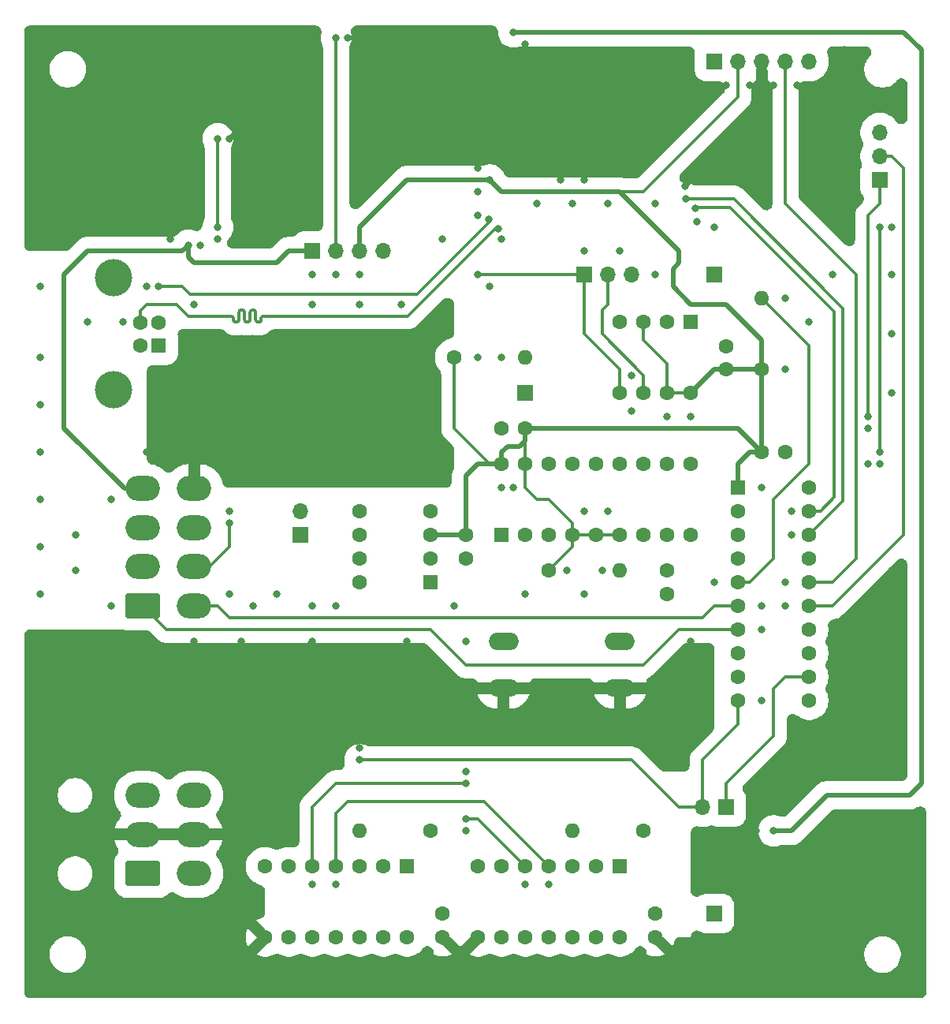
<source format=gbr>
%TF.GenerationSoftware,KiCad,Pcbnew,9.0.0*%
%TF.CreationDate,2025-10-01T11:12:32-04:00*%
%TF.ProjectId,can_gauge_interface,63616e5f-6761-4756-9765-5f696e746572,0.2*%
%TF.SameCoordinates,Original*%
%TF.FileFunction,Copper,L4,Bot*%
%TF.FilePolarity,Positive*%
%FSLAX46Y46*%
G04 Gerber Fmt 4.6, Leading zero omitted, Abs format (unit mm)*
G04 Created by KiCad (PCBNEW 9.0.0) date 2025-10-01 11:12:32*
%MOMM*%
%LPD*%
G01*
G04 APERTURE LIST*
G04 Aperture macros list*
%AMRoundRect*
0 Rectangle with rounded corners*
0 $1 Rounding radius*
0 $2 $3 $4 $5 $6 $7 $8 $9 X,Y pos of 4 corners*
0 Add a 4 corners polygon primitive as box body*
4,1,4,$2,$3,$4,$5,$6,$7,$8,$9,$2,$3,0*
0 Add four circle primitives for the rounded corners*
1,1,$1+$1,$2,$3*
1,1,$1+$1,$4,$5*
1,1,$1+$1,$6,$7*
1,1,$1+$1,$8,$9*
0 Add four rect primitives between the rounded corners*
20,1,$1+$1,$2,$3,$4,$5,0*
20,1,$1+$1,$4,$5,$6,$7,0*
20,1,$1+$1,$6,$7,$8,$9,0*
20,1,$1+$1,$8,$9,$2,$3,0*%
G04 Aperture macros list end*
%TA.AperFunction,ComponentPad*%
%ADD10R,1.700000X1.700000*%
%TD*%
%TA.AperFunction,ComponentPad*%
%ADD11O,1.700000X1.700000*%
%TD*%
%TA.AperFunction,ComponentPad*%
%ADD12C,1.600000*%
%TD*%
%TA.AperFunction,ComponentPad*%
%ADD13O,1.600000X1.600000*%
%TD*%
%TA.AperFunction,ComponentPad*%
%ADD14RoundRect,0.250001X1.599999X-1.099999X1.599999X1.099999X-1.599999X1.099999X-1.599999X-1.099999X0*%
%TD*%
%TA.AperFunction,ComponentPad*%
%ADD15O,3.700000X2.700000*%
%TD*%
%TA.AperFunction,ComponentPad*%
%ADD16R,1.600000X1.600000*%
%TD*%
%TA.AperFunction,ComponentPad*%
%ADD17C,4.000000*%
%TD*%
%TA.AperFunction,ComponentPad*%
%ADD18O,3.200000X1.900000*%
%TD*%
%TA.AperFunction,ComponentPad*%
%ADD19RoundRect,0.250000X-0.550000X0.550000X-0.550000X-0.550000X0.550000X-0.550000X0.550000X0.550000X0*%
%TD*%
%TA.AperFunction,ComponentPad*%
%ADD20RoundRect,0.250000X0.550000X0.550000X-0.550000X0.550000X-0.550000X-0.550000X0.550000X-0.550000X0*%
%TD*%
%TA.AperFunction,ComponentPad*%
%ADD21RoundRect,0.250000X-0.550000X-0.550000X0.550000X-0.550000X0.550000X0.550000X-0.550000X0.550000X0*%
%TD*%
%TA.AperFunction,ComponentPad*%
%ADD22RoundRect,0.250000X0.550000X-0.550000X0.550000X0.550000X-0.550000X0.550000X-0.550000X-0.550000X0*%
%TD*%
%TA.AperFunction,ViaPad*%
%ADD23C,0.812800*%
%TD*%
%TA.AperFunction,Conductor*%
%ADD24C,0.508000*%
%TD*%
%TA.AperFunction,Conductor*%
%ADD25C,0.304800*%
%TD*%
G04 APERTURE END LIST*
D10*
%TO.P,J7,1,Pin_1*%
%TO.N,/ROM_~{CS}*%
X124460000Y-129540000D03*
%TD*%
%TO.P,J9,1,Pin_1*%
%TO.N,+12V*%
X81280000Y-127000000D03*
D11*
%TO.P,J9,2,Pin_2*%
%TO.N,+7V*%
X83820000Y-127000000D03*
%TO.P,J9,3,Pin_3*%
%TO.N,+5V*%
X86360000Y-127000000D03*
%TO.P,J9,4,Pin_4*%
%TO.N,GND*%
X88900000Y-127000000D03*
%TD*%
D12*
%TO.P,R10,1*%
%TO.N,+5VA*%
X93980000Y-189230000D03*
D13*
%TO.P,R10,2*%
%TO.N,/DAC1_~{CS}*%
X86360000Y-189230000D03*
%TD*%
D12*
%TO.P,C16,1*%
%TO.N,+5VA*%
X95250000Y-198120000D03*
%TO.P,C16,2*%
%TO.N,GND*%
X95250000Y-200620000D03*
%TD*%
D14*
%TO.P,J3,1,Pin_1*%
%TO.N,/AN1*%
X63080000Y-193820000D03*
D15*
%TO.P,J3,2,Pin_2*%
%TO.N,GND*%
X63080000Y-189620000D03*
%TO.P,J3,3,Pin_3*%
%TO.N,/AN4*%
X63080000Y-185420000D03*
%TO.P,J3,4,Pin_4*%
%TO.N,/AN2*%
X68580000Y-193820000D03*
%TO.P,J3,5,Pin_5*%
%TO.N,GND*%
X68580000Y-189620000D03*
%TO.P,J3,6,Pin_6*%
%TO.N,/AN3*%
X68580000Y-185420000D03*
%TD*%
D16*
%TO.P,J1,1,VBUS*%
%TO.N,unconnected-(J1-VBUS-Pad1)*%
X64770000Y-137160000D03*
D12*
%TO.P,J1,2,D-*%
%TO.N,/USB_D-*%
X64770000Y-134660000D03*
%TO.P,J1,3,D+*%
%TO.N,/USB_D+*%
X62770000Y-134660000D03*
%TO.P,J1,4,GND*%
%TO.N,GND*%
X62770000Y-137160000D03*
D17*
%TO.P,J1,5,Shield*%
%TO.N,unconnected-(J1-Shield-Pad5)_1*%
X59910000Y-141910000D03*
%TO.N,unconnected-(J1-Shield-Pad5)*%
X59910000Y-129910000D03*
%TD*%
D10*
%TO.P,JP5,1,A*%
%TO.N,/CAN_L*%
X80010000Y-157480000D03*
D11*
%TO.P,JP5,2,B*%
%TO.N,Net-(JP5-B)*%
X80010000Y-154940000D03*
%TD*%
D12*
%TO.P,R6,1*%
%TO.N,+5V*%
X106680000Y-161290000D03*
D13*
%TO.P,R6,2*%
%TO.N,/~{MCLR}*%
X114300000Y-161290000D03*
%TD*%
D10*
%TO.P,J8,1,Pin_1*%
%TO.N,/DAC2_~{CS}*%
X125730000Y-186690000D03*
D11*
%TO.P,J8,2,Pin_2*%
%TO.N,/DAC1_~{CS}*%
X123190000Y-186690000D03*
%TD*%
D18*
%TO.P,SW1,1,1*%
%TO.N,GND*%
X114300000Y-173910000D03*
X101800000Y-173910000D03*
%TO.P,SW1,2,2*%
%TO.N,/~{MCLR}*%
X114300000Y-168910000D03*
X101800000Y-168910000D03*
%TD*%
D10*
%TO.P,J6,1,Pin_1*%
%TO.N,/CAN_~{CS}*%
X104140000Y-142240000D03*
%TD*%
D12*
%TO.P,R9,1*%
%TO.N,+5V*%
X129540000Y-139700000D03*
D13*
%TO.P,R9,2*%
%TO.N,/ROM_~{CS}*%
X129540000Y-132080000D03*
%TD*%
D10*
%TO.P,JP2,1,A*%
%TO.N,/INT*%
X142240000Y-119380000D03*
D11*
%TO.P,JP2,2,C*%
%TO.N,/INT{slash}ICSP_CLK*%
X142240000Y-116840000D03*
%TO.P,JP2,3,B*%
%TO.N,/ICSP_CLK*%
X142240000Y-114300000D03*
%TD*%
D19*
%TO.P,U8,1,Vdd*%
%TO.N,+5VA*%
X91440000Y-193040000D03*
D12*
%TO.P,U8,2,NC*%
%TO.N,unconnected-(U8-NC-Pad2)*%
X88900000Y-193040000D03*
%TO.P,U8,3,~{CS}*%
%TO.N,/DAC1_~{CS}*%
X86360000Y-193040000D03*
%TO.P,U8,4,SCK*%
%TO.N,/SCK*%
X83820000Y-193040000D03*
%TO.P,U8,5,SDI*%
%TO.N,/MOSI*%
X81280000Y-193040000D03*
%TO.P,U8,6,NC*%
%TO.N,unconnected-(U8-NC-Pad6)*%
X78740000Y-193040000D03*
%TO.P,U8,7,NC*%
%TO.N,unconnected-(U8-NC-Pad7)*%
X76200000Y-193040000D03*
%TO.P,U8,8,~{LDAC}*%
%TO.N,GND*%
X76200000Y-200660000D03*
%TO.P,U8,9,~{SHDN}*%
%TO.N,+5VA*%
X78740000Y-200660000D03*
%TO.P,U8,10,VB*%
%TO.N,/AN2*%
X81280000Y-200660000D03*
%TO.P,U8,11,VrefB*%
%TO.N,+5VA*%
X83820000Y-200660000D03*
%TO.P,U8,12,Vss*%
%TO.N,GND*%
X86360000Y-200660000D03*
%TO.P,U8,13,VrefA*%
%TO.N,+5VA*%
X88900000Y-200660000D03*
%TO.P,U8,14,VA*%
%TO.N,/AN1*%
X91440000Y-200660000D03*
%TD*%
D14*
%TO.P,J2,1,Pin_1*%
%TO.N,/Tach*%
X63080000Y-165100000D03*
D15*
%TO.P,J2,2,Pin_2*%
%TO.N,GND*%
X63080000Y-160900000D03*
%TO.P,J2,3,Pin_3*%
X63080000Y-156700000D03*
%TO.P,J2,4,Pin_4*%
%TO.N,+12V*%
X63080000Y-152500000D03*
%TO.P,J2,5,Pin_5*%
%TO.N,/Speed*%
X68580000Y-165100000D03*
%TO.P,J2,6,Pin_6*%
%TO.N,/CAN_H*%
X68580000Y-160900000D03*
%TO.P,J2,7,Pin_7*%
%TO.N,/CAN_L*%
X68580000Y-156700000D03*
%TO.P,J2,8,Pin_8*%
%TO.N,GND*%
X68580000Y-152500000D03*
%TD*%
D20*
%TO.P,U3,1,TXD*%
%TO.N,/CAN_TX*%
X93980000Y-162560000D03*
D12*
%TO.P,U3,2,VSS*%
%TO.N,GND*%
X93980000Y-160020000D03*
%TO.P,U3,3,VDD*%
%TO.N,+5V*%
X93980000Y-157480000D03*
%TO.P,U3,4,RXD*%
%TO.N,/CAN_RX*%
X93980000Y-154940000D03*
%TO.P,U3,5,SPLIT*%
%TO.N,unconnected-(U3-SPLIT-Pad5)*%
X86360000Y-154940000D03*
%TO.P,U3,6,CANL*%
%TO.N,/CAN_L*%
X86360000Y-157480000D03*
%TO.P,U3,7,CANH*%
%TO.N,/CAN_H*%
X86360000Y-160020000D03*
%TO.P,U3,8,STBY*%
%TO.N,GND*%
X86360000Y-162560000D03*
%TD*%
%TO.P,R7,1*%
%TO.N,+5V*%
X96520000Y-138430000D03*
D13*
%TO.P,R7,2*%
%TO.N,/CAN_~{CS}*%
X104140000Y-138430000D03*
%TD*%
D10*
%TO.P,J4,1,Pin_1*%
%TO.N,/~{MCLR}*%
X124460000Y-106680000D03*
D11*
%TO.P,J4,2,Pin_2*%
%TO.N,+5V*%
X127000000Y-106680000D03*
%TO.P,J4,3,Pin_3*%
%TO.N,GND*%
X129540000Y-106680000D03*
%TO.P,J4,4,Pin_4*%
%TO.N,/ICSP_DAT*%
X132080000Y-106680000D03*
%TO.P,J4,5,Pin_5*%
%TO.N,/ICSP_CLK*%
X134620000Y-106680000D03*
%TD*%
D12*
%TO.P,C14,1*%
%TO.N,GND*%
X97790000Y-159980000D03*
%TO.P,C14,2*%
%TO.N,+5V*%
X97790000Y-157480000D03*
%TD*%
D10*
%TO.P,J5,1,Pin_1*%
%TO.N,/MOSI*%
X110490000Y-129540000D03*
D11*
%TO.P,J5,2,Pin_2*%
%TO.N,/SCK*%
X113030000Y-129540000D03*
%TO.P,J5,3,Pin_3*%
%TO.N,/MISO*%
X115570000Y-129540000D03*
%TD*%
D10*
%TO.P,J10,1,Pin_1*%
%TO.N,+5VA*%
X124460000Y-198120000D03*
%TD*%
D21*
%TO.P,U1,1,VDD*%
%TO.N,+5V*%
X127000000Y-152400000D03*
D12*
%TO.P,U1,2,RA5/SOSCI/T1CKI/OSC1/CLKIN*%
%TO.N,/CAN_~{CS}*%
X127000000Y-154940000D03*
%TO.P,U1,3,RA4/AN3/SOSCO/T1G/OSC2/CLKOUT/CLKR*%
%TO.N,/CLK*%
X127000000Y-157480000D03*
%TO.P,U1,4,RA3/T1G/~{SS}/~{MCLR}/Vpp*%
%TO.N,/~{MCLR}*%
X127000000Y-160020000D03*
%TO.P,U1,5,PWM1/CWG1A/T0CKI/RC5*%
%TO.N,/ROM_~{CS}*%
X127000000Y-162560000D03*
%TO.P,U1,6,CWG1B/C1OUT/C2OUT/RC4*%
%TO.N,/Speed*%
X127000000Y-165100000D03*
%TO.P,U1,7,CLKR/C1IN3-/C2IN3-/DACOUT2/AN7/RC3*%
%TO.N,/Tach*%
X127000000Y-167640000D03*
%TO.P,U1,8,~{SS}/PWM2/AN8/RC6*%
%TO.N,unconnected-(U1-~{SS}{slash}PWM2{slash}AN8{slash}RC6-Pad8)*%
X127000000Y-170180000D03*
%TO.P,U1,9,SDO/AN9/RC7*%
%TO.N,/MOSI*%
X127000000Y-172720000D03*
%TO.P,U1,10,RB7/TX/CK*%
%TO.N,/DAC1_~{CS}*%
X127000000Y-175260000D03*
%TO.P,U1,11,RB6/SCL/SCK*%
%TO.N,/SCK*%
X134620000Y-175260000D03*
%TO.P,U1,12,RB5/AN11/RX/DX*%
%TO.N,/DAC2_~{CS}*%
X134620000Y-172720000D03*
%TO.P,U1,13,RB4/AN10/SDA/SDI*%
%TO.N,/MISO*%
X134620000Y-170180000D03*
%TO.P,U1,14,C2IN2-/C1IN2-/DACOUT1/AN6/RC2*%
%TO.N,unconnected-(U1-C2IN2-{slash}C1IN2-{slash}DACOUT1{slash}AN6{slash}RC2-Pad14)*%
X134620000Y-167640000D03*
%TO.P,U1,15,ICSPCLK/~{CWGFLT}/C2IN-/C1IN-/AN5/RC1*%
%TO.N,/INT{slash}ICSP_CLK*%
X134620000Y-165100000D03*
%TO.P,U1,16,ICSPDAT/C2IN+/C1IN+/Vref+/AN4/RC0*%
%TO.N,/ICSP_DAT*%
X134620000Y-162560000D03*
%TO.P,U1,17,Vusb3v3*%
%TO.N,Net-(U1-Vusb3v3)*%
X134620000Y-160020000D03*
%TO.P,U1,18,RA1/D-/ICSPCLK*%
%TO.N,/USB_D-*%
X134620000Y-157480000D03*
%TO.P,U1,19,RA0/D+/ICSPDAT*%
%TO.N,/USB_D+*%
X134620000Y-154940000D03*
%TO.P,U1,20,VSS*%
%TO.N,GND*%
X134620000Y-152400000D03*
%TD*%
%TO.P,C12,1*%
%TO.N,/~{MCLR}*%
X119380000Y-161290000D03*
%TO.P,C12,2*%
%TO.N,GND*%
X119380000Y-163790000D03*
%TD*%
%TO.P,C17,1*%
%TO.N,+5VA*%
X118110000Y-198120000D03*
%TO.P,C17,2*%
%TO.N,GND*%
X118110000Y-200620000D03*
%TD*%
%TO.P,C10,1*%
%TO.N,+5V*%
X129540000Y-148590000D03*
%TO.P,C10,2*%
%TO.N,GND*%
X132040000Y-148590000D03*
%TD*%
%TO.P,C13,1*%
%TO.N,GND*%
X101600000Y-146050000D03*
%TO.P,C13,2*%
%TO.N,+5V*%
X104100000Y-146050000D03*
%TD*%
%TO.P,R11,1*%
%TO.N,+5VA*%
X116840000Y-189230000D03*
D13*
%TO.P,R11,2*%
%TO.N,/DAC2_~{CS}*%
X109220000Y-189230000D03*
%TD*%
D22*
%TO.P,U2,1,TXCAN*%
%TO.N,/CAN_TX*%
X101600000Y-157480000D03*
D12*
%TO.P,U2,2,RXCAN*%
%TO.N,/CAN_RX*%
X104140000Y-157480000D03*
%TO.P,U2,3,CLKOUT/SOF*%
%TO.N,unconnected-(U2-CLKOUT{slash}SOF-Pad3)*%
X106680000Y-157480000D03*
%TO.P,U2,4,~{TX0RTS}*%
%TO.N,+5V*%
X109220000Y-157480000D03*
%TO.P,U2,5,~{TX1RTS}*%
X111760000Y-157480000D03*
%TO.P,U2,6,~{TX2RTS}*%
X114300000Y-157480000D03*
%TO.P,U2,7,OSC2*%
%TO.N,unconnected-(U2-OSC2-Pad7)*%
X116840000Y-157480000D03*
%TO.P,U2,8,OSC1*%
%TO.N,/CLK*%
X119380000Y-157480000D03*
%TO.P,U2,9,VSS*%
%TO.N,GND*%
X121920000Y-157480000D03*
%TO.P,U2,10,~{RX1BF}*%
%TO.N,unconnected-(U2-~{RX1BF}-Pad10)*%
X121920000Y-149860000D03*
%TO.P,U2,11,~{RX0BF}*%
%TO.N,unconnected-(U2-~{RX0BF}-Pad11)*%
X119380000Y-149860000D03*
%TO.P,U2,12,~{INT}*%
%TO.N,/INT*%
X116840000Y-149860000D03*
%TO.P,U2,13,SCK*%
%TO.N,/SCK*%
X114300000Y-149860000D03*
%TO.P,U2,14,SI*%
%TO.N,/MOSI*%
X111760000Y-149860000D03*
%TO.P,U2,15,SO*%
%TO.N,/MISO*%
X109220000Y-149860000D03*
%TO.P,U2,16,~{CS}*%
%TO.N,/CAN_~{CS}*%
X106680000Y-149860000D03*
%TO.P,U2,17,~{RESET}*%
%TO.N,+5V*%
X104140000Y-149860000D03*
%TO.P,U2,18,VDD*%
X101600000Y-149860000D03*
%TD*%
D19*
%TO.P,U4,1,~{CS}*%
%TO.N,/ROM_~{CS}*%
X121920000Y-134620000D03*
D12*
%TO.P,U4,2,MISO*%
%TO.N,/MISO*%
X119380000Y-134620000D03*
%TO.P,U4,3,~{WP}*%
%TO.N,+5V*%
X116840000Y-134620000D03*
%TO.P,U4,4,GND*%
%TO.N,GND*%
X114300000Y-134620000D03*
%TO.P,U4,5,MOSI*%
%TO.N,/MOSI*%
X114300000Y-142240000D03*
%TO.P,U4,6,SCK*%
%TO.N,/SCK*%
X116840000Y-142240000D03*
%TO.P,U4,7,~{HOLD}*%
%TO.N,+5V*%
X119380000Y-142240000D03*
%TO.P,U4,8,VCC*%
X121920000Y-142240000D03*
%TD*%
%TO.P,C15,1*%
%TO.N,GND*%
X125730000Y-137200000D03*
%TO.P,C15,2*%
%TO.N,+5V*%
X125730000Y-139700000D03*
%TD*%
D19*
%TO.P,U9,1,Vdd*%
%TO.N,+5VA*%
X114300000Y-193040000D03*
D12*
%TO.P,U9,2,NC*%
%TO.N,unconnected-(U9-NC-Pad2)*%
X111760000Y-193040000D03*
%TO.P,U9,3,~{CS}*%
%TO.N,/DAC2_~{CS}*%
X109220000Y-193040000D03*
%TO.P,U9,4,SCK*%
%TO.N,/SCK*%
X106680000Y-193040000D03*
%TO.P,U9,5,SDI*%
%TO.N,/MOSI*%
X104140000Y-193040000D03*
%TO.P,U9,6,NC*%
%TO.N,unconnected-(U9-NC-Pad6)*%
X101600000Y-193040000D03*
%TO.P,U9,7,NC*%
%TO.N,unconnected-(U9-NC-Pad7)*%
X99060000Y-193040000D03*
%TO.P,U9,8,~{LDAC}*%
%TO.N,GND*%
X99060000Y-200660000D03*
%TO.P,U9,9,~{SHDN}*%
%TO.N,+5VA*%
X101600000Y-200660000D03*
%TO.P,U9,10,VB*%
%TO.N,/AN4*%
X104140000Y-200660000D03*
%TO.P,U9,11,VrefB*%
%TO.N,+5VA*%
X106680000Y-200660000D03*
%TO.P,U9,12,Vss*%
%TO.N,GND*%
X109220000Y-200660000D03*
%TO.P,U9,13,VrefA*%
%TO.N,+5VA*%
X111760000Y-200660000D03*
%TO.P,U9,14,VA*%
%TO.N,/AN3*%
X114300000Y-200660000D03*
%TD*%
D23*
%TO.N,GND*%
X113030000Y-121920000D03*
X109220000Y-121920000D03*
X105410000Y-121920000D03*
X118110000Y-121920000D03*
X124460000Y-124460000D03*
X52070000Y-111760000D03*
X59690000Y-105410000D03*
X52070000Y-104140000D03*
X138430000Y-166370000D03*
X143510000Y-161290000D03*
X73660000Y-196850000D03*
X55880000Y-189230000D03*
X52070000Y-198120000D03*
X60960000Y-205740000D03*
X106680000Y-205740000D03*
X116840000Y-205740000D03*
X138430000Y-105410000D03*
X137160000Y-121920000D03*
X123190000Y-118110000D03*
X93980000Y-107950000D03*
X90170000Y-116840000D03*
X86360000Y-115570000D03*
X95250000Y-134620000D03*
X93980000Y-147320000D03*
X93980000Y-143510000D03*
X93980000Y-139700000D03*
X93980000Y-151130000D03*
X120650000Y-181610000D03*
X71120000Y-135890000D03*
X81280000Y-135890000D03*
X83820000Y-138430000D03*
X78740000Y-138430000D03*
X78740000Y-143510000D03*
X83820000Y-143510000D03*
X87630000Y-138430000D03*
X87630000Y-143510000D03*
X87630000Y-148590000D03*
X83820000Y-148590000D03*
X78740000Y-148590000D03*
X73660000Y-148590000D03*
X73660000Y-143510000D03*
X73660000Y-138430000D03*
X90805000Y-132715000D03*
X86360000Y-132715000D03*
X81280000Y-132715000D03*
X68580000Y-132715000D03*
X68580000Y-138430000D03*
X68580000Y-143510000D03*
X68580000Y-148590000D03*
X57150000Y-134620000D03*
X52070000Y-130810000D03*
X52070000Y-138430000D03*
X52070000Y-143510000D03*
X52070000Y-148590000D03*
X52070000Y-153670000D03*
X52070000Y-158750000D03*
X52070000Y-163830000D03*
X55880000Y-157480000D03*
X55880000Y-161290000D03*
X58420000Y-168910000D03*
X58420000Y-173990000D03*
X52070000Y-168910000D03*
X52070000Y-173990000D03*
X52070000Y-179070000D03*
X58420000Y-179070000D03*
X63500000Y-173990000D03*
X63500000Y-179070000D03*
X68580000Y-179070000D03*
X68580000Y-173990000D03*
X68580000Y-168910000D03*
X73660000Y-168910000D03*
X73660000Y-173990000D03*
X73660000Y-179070000D03*
X73660000Y-184150000D03*
X73660000Y-189230000D03*
X74930000Y-165100000D03*
X77470000Y-163830000D03*
X81280000Y-165100000D03*
X83820000Y-165100000D03*
X81280000Y-168910000D03*
X78740000Y-173990000D03*
X78740000Y-179070000D03*
X78740000Y-184150000D03*
X78740000Y-189230000D03*
X121920000Y-168910000D03*
X107950000Y-173990000D03*
X110490000Y-163830000D03*
X104140000Y-163830000D03*
X97790000Y-168910000D03*
X96520000Y-165100000D03*
X91440000Y-168910000D03*
X86360000Y-176530000D03*
X91440000Y-173990000D03*
X91440000Y-179070000D03*
X96520000Y-179070000D03*
X101600000Y-179070000D03*
X106680000Y-179070000D03*
X111760000Y-179070000D03*
X116840000Y-177800000D03*
X121920000Y-172720000D03*
X138430000Y-177800000D03*
X138430000Y-182880000D03*
X144780000Y-167640000D03*
X144780000Y-172720000D03*
X144780000Y-177800000D03*
X144780000Y-182880000D03*
X132080000Y-182880000D03*
X143510000Y-135890000D03*
X143510000Y-129540000D03*
X143510000Y-142240000D03*
X137160000Y-129540000D03*
X134620000Y-134620000D03*
X144780000Y-111760000D03*
X134620000Y-114300000D03*
X134620000Y-119380000D03*
X129540000Y-114300000D03*
X128270000Y-109220000D03*
X66040000Y-125730000D03*
X71755000Y-111760000D03*
X73660000Y-113665000D03*
X122555000Y-123825000D03*
X99060000Y-138430000D03*
X63500000Y-124460000D03*
X139700000Y-116840000D03*
X110490000Y-109220000D03*
X125730000Y-109220000D03*
X113030000Y-111760000D03*
X146050000Y-196850000D03*
X118110000Y-129540000D03*
X67310000Y-111760000D03*
X110490000Y-119380000D03*
X138430000Y-199390000D03*
X69215000Y-126365000D03*
X119380000Y-144780000D03*
X146050000Y-193040000D03*
X143510000Y-189230000D03*
X75565000Y-117475000D03*
X104140000Y-104775000D03*
X81280000Y-129540000D03*
X118110000Y-116840000D03*
X65405000Y-111760000D03*
X55880000Y-121920000D03*
X121285000Y-120015000D03*
X132080000Y-139700000D03*
X138430000Y-189230000D03*
X132080000Y-162560000D03*
X110490000Y-127000000D03*
X128905000Y-189230000D03*
X107950000Y-119380000D03*
X99060000Y-120650000D03*
X140970000Y-149860000D03*
X142240000Y-149860000D03*
X132715000Y-157480000D03*
X143510000Y-124460000D03*
X128270000Y-186690000D03*
X132080000Y-165100000D03*
X85090000Y-104140000D03*
X129540000Y-165100000D03*
X130810000Y-109220000D03*
X52070000Y-116840000D03*
X129540000Y-152400000D03*
X52070000Y-119380000D03*
X59690000Y-165100000D03*
X146050000Y-205740000D03*
X101600000Y-125730000D03*
X133350000Y-109220000D03*
X59690000Y-121920000D03*
X115570000Y-140335000D03*
X55880000Y-119380000D03*
X72390000Y-163830000D03*
X86360000Y-129540000D03*
X106680000Y-194945000D03*
X75565000Y-114935000D03*
X112395000Y-161290000D03*
X63500000Y-168910000D03*
X121920000Y-144780000D03*
X140970000Y-189230000D03*
X113030000Y-114300000D03*
X60960000Y-134620000D03*
X115570000Y-144145000D03*
X118110000Y-111760000D03*
X71120000Y-125730000D03*
X138430000Y-205740000D03*
X99060000Y-118110000D03*
X100330000Y-130810000D03*
X102870000Y-152400000D03*
X72390000Y-114935000D03*
X123190000Y-189230000D03*
X83820000Y-129540000D03*
X63500000Y-130810000D03*
X104140000Y-194945000D03*
X101600000Y-152400000D03*
X63500000Y-121920000D03*
X137160000Y-172720000D03*
X107950000Y-109220000D03*
X101600000Y-138430000D03*
X97790000Y-189230000D03*
X118110000Y-106680000D03*
X52070000Y-124460000D03*
X139700000Y-119380000D03*
X83820000Y-194945000D03*
X146050000Y-189230000D03*
X113030000Y-106680000D03*
X72390000Y-154940000D03*
X59690000Y-119380000D03*
X129540000Y-175260000D03*
X132080000Y-132080000D03*
X81280000Y-194945000D03*
X97790000Y-182880000D03*
X124460000Y-162560000D03*
X55880000Y-124460000D03*
X108585000Y-161290000D03*
X132715000Y-154940000D03*
X143510000Y-196850000D03*
X110490000Y-154940000D03*
X113030000Y-154940000D03*
X113030000Y-116840000D03*
X63500000Y-119380000D03*
X59690000Y-124460000D03*
X75565000Y-111760000D03*
X86360000Y-180340000D03*
X129540000Y-167640000D03*
X143510000Y-193040000D03*
X99060000Y-123190000D03*
X107950000Y-106680000D03*
X52070000Y-121920000D03*
X114300000Y-127000000D03*
X140970000Y-146050000D03*
%TO.N,+12V*%
X67945000Y-126365000D03*
%TO.N,Net-(U5-BOOT)*%
X71120000Y-114935000D03*
X71120000Y-124460000D03*
%TO.N,+7V*%
X102870000Y-103505000D03*
X83820000Y-104140000D03*
X130810000Y-189230000D03*
%TO.N,+5V*%
X100330000Y-119380000D03*
%TO.N,/~{MCLR}*%
X142240000Y-124460000D03*
X142240000Y-148590000D03*
%TO.N,/USB_D+*%
X122431875Y-122431875D03*
X101218172Y-124595578D03*
%TO.N,/USB_D-*%
X100194422Y-123571828D03*
X121408125Y-121408125D03*
X64770000Y-130810000D03*
%TO.N,/CAN_H*%
X72390000Y-156210000D03*
%TO.N,/MOSI*%
X97790000Y-187960000D03*
X99060000Y-129540000D03*
X97790000Y-184150000D03*
%TO.N,/DAC1_~{CS}*%
X86360000Y-181610000D03*
%TO.N,/INT*%
X140970000Y-144780000D03*
%TO.N,GND*%
X63500000Y-148590000D03*
X59690000Y-153670000D03*
X95250000Y-125730000D03*
%TD*%
D24*
%TO.N,GND*%
X125730000Y-109220000D02*
X120650000Y-109220000D01*
X120650000Y-109220000D02*
X118110000Y-111760000D01*
X107950000Y-118110000D02*
X109220000Y-116840000D01*
X107950000Y-119380000D02*
X107950000Y-118110000D01*
X109220000Y-116840000D02*
X113030000Y-116840000D01*
X110490000Y-119380000D02*
X110490000Y-118110000D01*
X110490000Y-118110000D02*
X111760000Y-116840000D01*
X111760000Y-116840000D02*
X113030000Y-116840000D01*
X121920000Y-168910000D02*
X121920000Y-172720000D01*
X81280000Y-168910000D02*
X78740000Y-171450000D01*
X78740000Y-171450000D02*
X78740000Y-173990000D01*
X73660000Y-168910000D02*
X73660000Y-173990000D01*
X68580000Y-168910000D02*
X68580000Y-173990000D01*
X121285000Y-120015000D02*
X123190000Y-118110000D01*
X130810000Y-109220000D02*
X128270000Y-109220000D01*
X133350000Y-109220000D02*
X134620000Y-110490000D01*
X134620000Y-110490000D02*
X134620000Y-114300000D01*
X104140000Y-104775000D02*
X104140000Y-105410000D01*
X104140000Y-105410000D02*
X105410000Y-106680000D01*
X105410000Y-106680000D02*
X107950000Y-106680000D01*
X85090000Y-104140000D02*
X90170000Y-104140000D01*
X90170000Y-104140000D02*
X93980000Y-107950000D01*
X72390000Y-114935000D02*
X73660000Y-113665000D01*
D25*
%TO.N,+7V*%
X83820000Y-127000000D02*
X83820000Y-104140000D01*
D24*
%TO.N,+12V*%
X54610000Y-146050000D02*
X61060000Y-152500000D01*
X67945000Y-126365000D02*
X67310000Y-127000000D01*
X77470000Y-128270000D02*
X68580000Y-128270000D01*
X68580000Y-128270000D02*
X67945000Y-127635000D01*
X67310000Y-127000000D02*
X57150000Y-127000000D01*
X57150000Y-127000000D02*
X54610000Y-129540000D01*
X61060000Y-152500000D02*
X63080000Y-152500000D01*
X78740000Y-127000000D02*
X77470000Y-128270000D01*
X54610000Y-129540000D02*
X54610000Y-146050000D01*
X81280000Y-127000000D02*
X78740000Y-127000000D01*
X67945000Y-127635000D02*
X67945000Y-126365000D01*
D25*
%TO.N,Net-(U5-BOOT)*%
X71120000Y-114935000D02*
X71120000Y-124460000D01*
D24*
%TO.N,+7V*%
X146685000Y-105410000D02*
X146685000Y-184150000D01*
X102870000Y-103505000D02*
X144780000Y-103505000D01*
X144780000Y-103505000D02*
X146685000Y-105410000D01*
X146685000Y-184150000D02*
X145415000Y-185420000D01*
X136525000Y-185420000D02*
X132715000Y-189230000D01*
X145415000Y-185420000D02*
X136525000Y-185420000D01*
X132715000Y-189230000D02*
X130810000Y-189230000D01*
D25*
%TO.N,+5V*%
X119380000Y-139065000D02*
X116840000Y-136525000D01*
X119380000Y-142240000D02*
X121920000Y-142240000D01*
D24*
X128270000Y-148590000D02*
X127000000Y-149860000D01*
D25*
X119380000Y-142240000D02*
X119380000Y-139065000D01*
D24*
X86360000Y-127000000D02*
X86360000Y-124460000D01*
X129540000Y-148590000D02*
X127000000Y-146050000D01*
X101600000Y-149860000D02*
X99060000Y-149860000D01*
D25*
X96520000Y-146050000D02*
X100330000Y-149860000D01*
X100330000Y-149860000D02*
X101600000Y-149860000D01*
D24*
X100330000Y-119380000D02*
X101600000Y-120650000D01*
X91440000Y-119380000D02*
X100330000Y-119380000D01*
D25*
X109220000Y-156210000D02*
X109220000Y-157480000D01*
D24*
X124460000Y-139700000D02*
X121920000Y-142240000D01*
X120650000Y-128270000D02*
X120015000Y-128905000D01*
X120015000Y-128905000D02*
X120015000Y-130810000D01*
X97790000Y-151130000D02*
X97790000Y-157480000D01*
X125730000Y-132715000D02*
X129540000Y-136525000D01*
X127000000Y-149860000D02*
X127000000Y-152400000D01*
D25*
X109220000Y-158750000D02*
X106680000Y-161290000D01*
X104140000Y-149860000D02*
X104140000Y-152400000D01*
D24*
X125730000Y-139700000D02*
X124460000Y-139700000D01*
X120650000Y-127000000D02*
X120650000Y-128270000D01*
D25*
X109220000Y-157480000D02*
X114300000Y-157480000D01*
D24*
X121920000Y-132715000D02*
X125730000Y-132715000D01*
X97790000Y-157480000D02*
X93980000Y-157480000D01*
D25*
X127000000Y-106680000D02*
X127000000Y-110490000D01*
D24*
X129540000Y-139700000D02*
X129540000Y-148590000D01*
D25*
X105410000Y-153670000D02*
X106680000Y-153670000D01*
D24*
X99060000Y-149860000D02*
X97790000Y-151130000D01*
X101600000Y-148590000D02*
X101600000Y-149860000D01*
X114300000Y-120650000D02*
X120650000Y-127000000D01*
X120015000Y-130810000D02*
X121920000Y-132715000D01*
X129540000Y-136525000D02*
X129540000Y-139700000D01*
D25*
X104140000Y-149860000D02*
X104140000Y-146090000D01*
D24*
X86360000Y-124460000D02*
X91440000Y-119380000D01*
X129540000Y-139700000D02*
X125730000Y-139700000D01*
D25*
X109220000Y-157480000D02*
X109220000Y-158750000D01*
D24*
X103505000Y-147955000D02*
X102235000Y-147955000D01*
X127000000Y-146050000D02*
X104100000Y-146050000D01*
D25*
X127000000Y-110490000D02*
X116840000Y-120650000D01*
D24*
X101600000Y-120650000D02*
X114300000Y-120650000D01*
X102235000Y-147955000D02*
X101600000Y-148590000D01*
D25*
X96520000Y-138430000D02*
X96520000Y-146050000D01*
X106680000Y-153670000D02*
X109220000Y-156210000D01*
D24*
X129540000Y-148590000D02*
X128270000Y-148590000D01*
X104100000Y-146050000D02*
X104100000Y-147360000D01*
D25*
X116840000Y-120650000D02*
X114300000Y-120650000D01*
X116840000Y-136525000D02*
X116840000Y-134620000D01*
X104140000Y-146090000D02*
X104100000Y-146050000D01*
D24*
X104100000Y-147360000D02*
X103505000Y-147955000D01*
D25*
X104140000Y-152400000D02*
X105410000Y-153670000D01*
%TO.N,/~{MCLR}*%
X142240000Y-148590000D02*
X142240000Y-124460000D01*
%TO.N,/USB_D+*%
X73017588Y-134636703D02*
X73137588Y-134636703D01*
X74577588Y-134396703D02*
X74577588Y-133985000D01*
X75417588Y-134636689D02*
X75537588Y-134636689D01*
X75177588Y-133573297D02*
X75177588Y-133985000D01*
X84395645Y-133985000D02*
X91469540Y-133985000D01*
X62770000Y-133445000D02*
X63500000Y-132715000D01*
X74577588Y-133985000D02*
X74577588Y-133573297D01*
X73377588Y-134225000D02*
X73377588Y-133985000D01*
X91469540Y-133985000D02*
X100858961Y-124595578D01*
X72777588Y-134225000D02*
X72777588Y-134396703D01*
X137325100Y-133544640D02*
X137325100Y-153445822D01*
X73617588Y-133333297D02*
X73737588Y-133333297D01*
X122431875Y-122431875D02*
X122515825Y-122347925D01*
X75177588Y-134225000D02*
X75177588Y-134396689D01*
X122515825Y-122347925D02*
X126128385Y-122347925D01*
X74217588Y-134636703D02*
X74337588Y-134636703D01*
X73977588Y-133985000D02*
X73977588Y-134396703D01*
X74817588Y-133333297D02*
X74937588Y-133333297D01*
X62770000Y-134660000D02*
X62770000Y-133445000D01*
X73377588Y-134396703D02*
X73377588Y-134225000D01*
X66675000Y-132715000D02*
X67945000Y-133985000D01*
X67945000Y-133985000D02*
X72537588Y-133985000D01*
X75777588Y-134396689D02*
X75777588Y-134225000D01*
X73377588Y-133985000D02*
X73377588Y-133573297D01*
X63500000Y-132715000D02*
X66675000Y-132715000D01*
X75177588Y-133985000D02*
X75177588Y-134225000D01*
X135830922Y-154940000D02*
X134620000Y-154940000D01*
X73977588Y-133573297D02*
X73977588Y-133985000D01*
X76017588Y-133985000D02*
X76137588Y-133985000D01*
X137325100Y-153445822D02*
X135830922Y-154940000D01*
X126128385Y-122347925D02*
X137325100Y-133544640D01*
X76137588Y-133985000D02*
X84395645Y-133985000D01*
X100858961Y-124595578D02*
X101218172Y-124595578D01*
X73977588Y-134396703D02*
G75*
G03*
X74217588Y-134636712I240012J3D01*
G01*
X73137588Y-134636703D02*
G75*
G03*
X73377603Y-134396703I12J240003D01*
G01*
X72777588Y-134396703D02*
G75*
G03*
X73017588Y-134636712I240012J3D01*
G01*
X74577588Y-133573297D02*
G75*
G02*
X74817588Y-133333288I240012J-3D01*
G01*
X75537588Y-134636689D02*
G75*
G03*
X75777589Y-134396689I12J239989D01*
G01*
X75777588Y-134225000D02*
G75*
G02*
X76017588Y-133984988I240012J0D01*
G01*
X73737588Y-133333297D02*
G75*
G02*
X73977603Y-133573297I12J-240003D01*
G01*
X73377588Y-133573297D02*
G75*
G02*
X73617588Y-133333288I240012J-3D01*
G01*
X75177588Y-134396689D02*
G75*
G03*
X75417588Y-134636712I240012J-11D01*
G01*
X74937588Y-133333297D02*
G75*
G02*
X75177603Y-133573297I12J-240003D01*
G01*
X74337588Y-134636703D02*
G75*
G03*
X74577603Y-134396703I12J240003D01*
G01*
X72537588Y-133985000D02*
G75*
G02*
X72777600Y-134225000I12J-240000D01*
G01*
%TO.N,/USB_D-*%
X126517665Y-121408125D02*
X138264900Y-133155360D01*
X138264900Y-133155360D02*
X138264900Y-153835100D01*
X67310000Y-130810000D02*
X68110100Y-131610100D01*
X68110100Y-131610100D02*
X92515360Y-131610100D01*
X100194422Y-123931039D02*
X100194422Y-123571828D01*
X64770000Y-130810000D02*
X67310000Y-130810000D01*
X121408125Y-121408125D02*
X126517665Y-121408125D01*
X92515360Y-131610100D02*
X100194422Y-123931039D01*
X138264900Y-153835100D02*
X134620000Y-157480000D01*
%TO.N,/Speed*%
X123190000Y-166370000D02*
X72390000Y-166370000D01*
X127000000Y-165100000D02*
X124460000Y-165100000D01*
X72390000Y-166370000D02*
X71120000Y-165100000D01*
X71120000Y-165100000D02*
X68580000Y-165100000D01*
X124460000Y-165100000D02*
X123190000Y-166370000D01*
%TO.N,/Tach*%
X127000000Y-167640000D02*
X120650000Y-167640000D01*
X116840000Y-171450000D02*
X97790000Y-171450000D01*
X120650000Y-167640000D02*
X116840000Y-171450000D01*
X65620000Y-167640000D02*
X63080000Y-165100000D01*
X97790000Y-171450000D02*
X93980000Y-167640000D01*
X93980000Y-167640000D02*
X65620000Y-167640000D01*
%TO.N,/CAN_H*%
X72390000Y-158750000D02*
X70240000Y-160900000D01*
X70240000Y-160900000D02*
X68580000Y-160900000D01*
X72390000Y-156210000D02*
X72390000Y-158750000D01*
%TO.N,/ICSP_DAT*%
X139700000Y-129540000D02*
X139700000Y-160020000D01*
X132080000Y-106680000D02*
X132080000Y-121920000D01*
X139700000Y-160020000D02*
X137160000Y-162560000D01*
X132080000Y-121920000D02*
X139700000Y-129540000D01*
X137160000Y-162560000D02*
X134620000Y-162560000D01*
%TO.N,/SCK*%
X99695000Y-186055000D02*
X106680000Y-193040000D01*
X112395000Y-135890000D02*
X112395000Y-133350000D01*
X83820000Y-193040000D02*
X83820000Y-187325000D01*
X83820000Y-187325000D02*
X85090000Y-186055000D01*
X116840000Y-142240000D02*
X116840000Y-140335000D01*
X112395000Y-133350000D02*
X113030000Y-132715000D01*
X116840000Y-140335000D02*
X112395000Y-135890000D01*
X85090000Y-186055000D02*
X99695000Y-186055000D01*
X113030000Y-132715000D02*
X113030000Y-129540000D01*
%TO.N,/MOSI*%
X104140000Y-193040000D02*
X99060000Y-187960000D01*
X110490000Y-135890000D02*
X114300000Y-139700000D01*
X99060000Y-187960000D02*
X97790000Y-187960000D01*
X114300000Y-139700000D02*
X114300000Y-142240000D01*
X81280000Y-186690000D02*
X81280000Y-193040000D01*
X97790000Y-184150000D02*
X83820000Y-184150000D01*
X110490000Y-129540000D02*
X110490000Y-135890000D01*
X99060000Y-129540000D02*
X110490000Y-129540000D01*
X83820000Y-184150000D02*
X81280000Y-186690000D01*
%TO.N,/ROM_~{CS}*%
X128270000Y-162560000D02*
X130810000Y-160020000D01*
X130810000Y-153670000D02*
X134620000Y-149860000D01*
X134620000Y-137160000D02*
X129540000Y-132080000D01*
X127000000Y-162560000D02*
X128270000Y-162560000D01*
X134620000Y-149860000D02*
X134620000Y-137160000D01*
X130810000Y-160020000D02*
X130810000Y-153670000D01*
%TO.N,/DAC2_~{CS}*%
X130810000Y-179070000D02*
X125730000Y-184150000D01*
X134620000Y-172720000D02*
X132080000Y-172720000D01*
X132080000Y-172720000D02*
X130810000Y-173990000D01*
X125730000Y-184150000D02*
X125730000Y-186690000D01*
X130810000Y-173990000D02*
X130810000Y-179070000D01*
%TO.N,/DAC1_~{CS}*%
X123190000Y-186690000D02*
X120650000Y-186690000D01*
X115570000Y-181610000D02*
X86360000Y-181610000D01*
X127000000Y-175260000D02*
X127000000Y-177800000D01*
X120650000Y-186690000D02*
X115570000Y-181610000D01*
X127000000Y-177800000D02*
X123190000Y-181610000D01*
X123190000Y-181610000D02*
X123190000Y-186690000D01*
%TO.N,/INT{slash}ICSP_CLK*%
X143510000Y-116840000D02*
X142240000Y-116840000D01*
X144780000Y-157480000D02*
X144780000Y-118110000D01*
X144780000Y-118110000D02*
X143510000Y-116840000D01*
X134620000Y-165100000D02*
X137160000Y-165100000D01*
X137160000Y-165100000D02*
X144780000Y-157480000D01*
%TO.N,/INT*%
X140970000Y-123190000D02*
X142240000Y-121920000D01*
X142240000Y-121920000D02*
X142240000Y-119380000D01*
X140970000Y-144780000D02*
X140970000Y-123190000D01*
%TD*%
%TA.AperFunction,Conductor*%
%TO.N,GND*%
G36*
X96043669Y-132099918D02*
G01*
X96191432Y-132158422D01*
X96320003Y-132251834D01*
X96421304Y-132374286D01*
X96488970Y-132518083D01*
X96518749Y-132674191D01*
X96520000Y-132714000D01*
X96520000Y-135799974D01*
X96500082Y-135957643D01*
X96441578Y-136105406D01*
X96348166Y-136233977D01*
X96225714Y-136335278D01*
X96081917Y-136402944D01*
X96050094Y-136412370D01*
X95853035Y-136465172D01*
X95602272Y-136569041D01*
X95367220Y-136704749D01*
X95151894Y-136869975D01*
X94959975Y-137061894D01*
X94794749Y-137277220D01*
X94659041Y-137512272D01*
X94555174Y-137763030D01*
X94484925Y-138025200D01*
X94449500Y-138294291D01*
X94449500Y-138565708D01*
X94484925Y-138834799D01*
X94555174Y-139096969D01*
X94659041Y-139347727D01*
X94794749Y-139582779D01*
X94794750Y-139582780D01*
X94959975Y-139798105D01*
X94959977Y-139798107D01*
X94966085Y-139806067D01*
X95046266Y-139943280D01*
X95089805Y-140096122D01*
X95097100Y-140192023D01*
X95097100Y-146161985D01*
X95132136Y-146383197D01*
X95201347Y-146596204D01*
X95303026Y-146795762D01*
X95303027Y-146795763D01*
X95434671Y-146976956D01*
X96334306Y-147876591D01*
X96431710Y-148002165D01*
X96494826Y-148148017D01*
X96519687Y-148304983D01*
X96520000Y-148324897D01*
X96520000Y-150112305D01*
X96516245Y-150142022D01*
X96517187Y-150171966D01*
X96506323Y-150220569D01*
X96500082Y-150269974D01*
X96488326Y-150301084D01*
X96482520Y-150327062D01*
X96450900Y-150400132D01*
X96427937Y-150445200D01*
X96427933Y-150445206D01*
X96377196Y-150544781D01*
X96377191Y-150544792D01*
X96305146Y-150766525D01*
X96303038Y-150773012D01*
X96270018Y-150981497D01*
X96265500Y-151010022D01*
X96265500Y-151766000D01*
X96245582Y-151923669D01*
X96187078Y-152071432D01*
X96093666Y-152200003D01*
X95971214Y-152301304D01*
X95827417Y-152368970D01*
X95671309Y-152398749D01*
X95631500Y-152400000D01*
X72250152Y-152400000D01*
X72092483Y-152380082D01*
X71944720Y-152321578D01*
X71816149Y-152228166D01*
X71714848Y-152105714D01*
X71647182Y-151961917D01*
X71632048Y-151907079D01*
X71601572Y-151773557D01*
X71601568Y-151773543D01*
X71504378Y-151495792D01*
X71376697Y-151230658D01*
X71376692Y-151230649D01*
X71220139Y-150981497D01*
X71220132Y-150981487D01*
X71036664Y-150751425D01*
X70828574Y-150543335D01*
X70598512Y-150359867D01*
X70598502Y-150359860D01*
X70349350Y-150203307D01*
X70349341Y-150203302D01*
X70084207Y-150075621D01*
X69806456Y-149978431D01*
X69806439Y-149978426D01*
X69519559Y-149912948D01*
X69227131Y-149880000D01*
X69215001Y-149880000D01*
X69215000Y-149880001D01*
X69215000Y-151862207D01*
X69153717Y-151800924D01*
X69006310Y-151702430D01*
X68842520Y-151634586D01*
X68668642Y-151600000D01*
X68491358Y-151600000D01*
X68317480Y-151634586D01*
X68153690Y-151702430D01*
X68006283Y-151800924D01*
X67945000Y-151862207D01*
X67945000Y-149880001D01*
X67944999Y-149880000D01*
X67932869Y-149880000D01*
X67640440Y-149912948D01*
X67353560Y-149978426D01*
X67353543Y-149978431D01*
X67075792Y-150075621D01*
X66810658Y-150203302D01*
X66810649Y-150203307D01*
X66561497Y-150359860D01*
X66561487Y-150359867D01*
X66331425Y-150543335D01*
X66331410Y-150543349D01*
X66278655Y-150596104D01*
X66153081Y-150693508D01*
X66007229Y-150756623D01*
X65850263Y-150781482D01*
X65692045Y-150766525D01*
X65542519Y-150712691D01*
X65411078Y-150623362D01*
X65382063Y-150596116D01*
X65328913Y-150542966D01*
X65328908Y-150542962D01*
X65328903Y-150542957D01*
X65098802Y-150359458D01*
X65098795Y-150359453D01*
X64849584Y-150202863D01*
X64584410Y-150075162D01*
X64584402Y-150075159D01*
X64306586Y-149977947D01*
X64021806Y-149912948D01*
X64019642Y-149912454D01*
X64019640Y-149912453D01*
X64002300Y-149908496D01*
X64002806Y-149906275D01*
X63875669Y-149867781D01*
X63739798Y-149785347D01*
X63628696Y-149671713D01*
X63549344Y-149534019D01*
X63506728Y-149380917D01*
X63500000Y-149288798D01*
X63500000Y-139864499D01*
X63519918Y-139706830D01*
X63578422Y-139559067D01*
X63671834Y-139430496D01*
X63794286Y-139329195D01*
X63938083Y-139261529D01*
X64094191Y-139231750D01*
X64133972Y-139230499D01*
X65635246Y-139230499D01*
X65769553Y-139219930D01*
X65991316Y-139164051D01*
X66139000Y-139096969D01*
X66199530Y-139069475D01*
X66199531Y-139069474D01*
X66199536Y-139069472D01*
X66387523Y-138939234D01*
X66549234Y-138777523D01*
X66679472Y-138589536D01*
X66690296Y-138565708D01*
X66774048Y-138381322D01*
X66774051Y-138381316D01*
X66829930Y-138159553D01*
X66840500Y-138025247D01*
X66840499Y-136294754D01*
X66829930Y-136160447D01*
X66824347Y-136138292D01*
X66805137Y-135980547D01*
X66825762Y-135822968D01*
X66884926Y-135675469D01*
X66978913Y-135547318D01*
X67101818Y-135446566D01*
X67245917Y-135379545D01*
X67402156Y-135350465D01*
X67560719Y-135361154D01*
X67587341Y-135368065D01*
X67587585Y-135367050D01*
X67611797Y-135372863D01*
X67611802Y-135372863D01*
X67611803Y-135372864D01*
X67833015Y-135407900D01*
X71408797Y-135407900D01*
X71566466Y-135427818D01*
X71714229Y-135486322D01*
X71823989Y-135562764D01*
X72018473Y-135731293D01*
X72018475Y-135731294D01*
X72018481Y-135731299D01*
X72218576Y-135859899D01*
X72434935Y-135958716D01*
X72663154Y-136025737D01*
X72898588Y-136059598D01*
X72898596Y-136059598D01*
X72905574Y-136059598D01*
X72905603Y-136059603D01*
X73017515Y-136059603D01*
X73017526Y-136059603D01*
X73129502Y-136059609D01*
X73129508Y-136059607D01*
X73154221Y-136059609D01*
X73154400Y-136059603D01*
X73256319Y-136059603D01*
X73256437Y-136059593D01*
X73256452Y-136059594D01*
X73491902Y-136025753D01*
X73498956Y-136023682D01*
X73508506Y-136022141D01*
X73514017Y-136020943D01*
X73514082Y-136021242D01*
X73655845Y-135998377D01*
X73814104Y-136012884D01*
X73856196Y-136023693D01*
X73863154Y-136025737D01*
X74098588Y-136059598D01*
X74098596Y-136059598D01*
X74105574Y-136059598D01*
X74105603Y-136059603D01*
X74217515Y-136059603D01*
X74217526Y-136059603D01*
X74329502Y-136059609D01*
X74329508Y-136059607D01*
X74354221Y-136059609D01*
X74354400Y-136059603D01*
X74456319Y-136059603D01*
X74456437Y-136059593D01*
X74456452Y-136059594D01*
X74691902Y-136025753D01*
X74698979Y-136023675D01*
X74708562Y-136022129D01*
X74714017Y-136020943D01*
X74714081Y-136021239D01*
X74855863Y-135998370D01*
X75014122Y-136012876D01*
X75056229Y-136023689D01*
X75063144Y-136025720D01*
X75063154Y-136025721D01*
X75063157Y-136025722D01*
X75079726Y-136028105D01*
X75298585Y-136059583D01*
X75298588Y-136059583D01*
X75305569Y-136059583D01*
X75305603Y-136059589D01*
X75417515Y-136059589D01*
X75417526Y-136059589D01*
X75529502Y-136059595D01*
X75529508Y-136059593D01*
X75554221Y-136059595D01*
X75554400Y-136059589D01*
X75557339Y-136059589D01*
X75557344Y-136059589D01*
X75656456Y-136059594D01*
X75891915Y-136025750D01*
X76120160Y-135958739D01*
X76336545Y-135859926D01*
X76536663Y-135731322D01*
X76716441Y-135575546D01*
X76716441Y-135575544D01*
X76731206Y-135562752D01*
X76863409Y-135474554D01*
X77013392Y-135422006D01*
X77146384Y-135407900D01*
X91581522Y-135407900D01*
X91581525Y-135407900D01*
X91802737Y-135372864D01*
X92015744Y-135303653D01*
X92015797Y-135303626D01*
X92215302Y-135201974D01*
X92396497Y-135070328D01*
X95201131Y-132265692D01*
X95240478Y-132235172D01*
X95276780Y-132201083D01*
X95303035Y-132186649D01*
X95326704Y-132168290D01*
X95372402Y-132148514D01*
X95416045Y-132124522D01*
X95445062Y-132117071D01*
X95472556Y-132105174D01*
X95521738Y-132097384D01*
X95569975Y-132084999D01*
X95619676Y-132081872D01*
X95629521Y-132080313D01*
X95649436Y-132080000D01*
X95886000Y-132080000D01*
X96043669Y-132099918D01*
G37*
%TD.AperFunction*%
%TD*%
%TA.AperFunction,Conductor*%
%TO.N,GND*%
G36*
X61022256Y-167655493D02*
G01*
X61026175Y-167656375D01*
X61026176Y-167656376D01*
X61265672Y-167710315D01*
X61409932Y-167720500D01*
X63425604Y-167720500D01*
X63583273Y-167740418D01*
X63731036Y-167798922D01*
X63859607Y-167892334D01*
X63873909Y-167906194D01*
X64297787Y-168330071D01*
X64693043Y-168725327D01*
X64874237Y-168856974D01*
X65073796Y-168958653D01*
X65286803Y-169027864D01*
X65508015Y-169062900D01*
X93128003Y-169062900D01*
X93285672Y-169082818D01*
X93433435Y-169141322D01*
X93562006Y-169234734D01*
X93576309Y-169248594D01*
X96863043Y-172535328D01*
X97044238Y-172666974D01*
X97243796Y-172768653D01*
X97456803Y-172837864D01*
X97678015Y-172872900D01*
X97678016Y-172872900D01*
X97678018Y-172872900D01*
X98400639Y-172872900D01*
X98406059Y-172873584D01*
X98411490Y-172872993D01*
X98484795Y-172883531D01*
X98558308Y-172892818D01*
X98563389Y-172894829D01*
X98568795Y-172895607D01*
X98637202Y-172924054D01*
X98706071Y-172951322D01*
X98710488Y-172954531D01*
X98715535Y-172956630D01*
X98774716Y-173001195D01*
X98834642Y-173044734D01*
X98838125Y-173048944D01*
X98842488Y-173052230D01*
X98903625Y-173120945D01*
X99021835Y-173275000D01*
X101660570Y-173275000D01*
X101610402Y-173284979D01*
X101492110Y-173333978D01*
X101385649Y-173405112D01*
X101295112Y-173495649D01*
X101223978Y-173602110D01*
X101174979Y-173720402D01*
X101150000Y-173845981D01*
X101150000Y-173974019D01*
X101174979Y-174099598D01*
X101223978Y-174217890D01*
X101295112Y-174324351D01*
X101385649Y-174414888D01*
X101492110Y-174486022D01*
X101610402Y-174535021D01*
X101735981Y-174560000D01*
X101864019Y-174560000D01*
X101939425Y-174545001D01*
X102435000Y-174545001D01*
X102435000Y-176129999D01*
X102435001Y-176130000D01*
X102595506Y-176130000D01*
X102884026Y-176092015D01*
X102884033Y-176092014D01*
X103165124Y-176016695D01*
X103433992Y-175905327D01*
X103686006Y-175759826D01*
X103916888Y-175582664D01*
X104122664Y-175376888D01*
X104299826Y-175146006D01*
X104445327Y-174893992D01*
X104556694Y-174625126D01*
X104578165Y-174545000D01*
X111521835Y-174545000D01*
X111543305Y-174625126D01*
X111654672Y-174893992D01*
X111800173Y-175146006D01*
X111977335Y-175376888D01*
X112183111Y-175582664D01*
X112413993Y-175759826D01*
X112666007Y-175905327D01*
X112934875Y-176016695D01*
X113215966Y-176092014D01*
X113215973Y-176092015D01*
X113504494Y-176130000D01*
X113664999Y-176130000D01*
X113665000Y-176129999D01*
X113665000Y-174545001D01*
X113664999Y-174545000D01*
X111521835Y-174545000D01*
X104578165Y-174545000D01*
X102435001Y-174545000D01*
X102435000Y-174545001D01*
X101939425Y-174545001D01*
X101989598Y-174535021D01*
X102107890Y-174486022D01*
X102214351Y-174414888D01*
X102304888Y-174324351D01*
X102376022Y-174217890D01*
X102425021Y-174099598D01*
X102450000Y-173974019D01*
X102450000Y-173845981D01*
X102425021Y-173720402D01*
X102376022Y-173602110D01*
X102304888Y-173495649D01*
X102214351Y-173405112D01*
X102107890Y-173333978D01*
X101989598Y-173284979D01*
X101939430Y-173275000D01*
X104578165Y-173275000D01*
X104696375Y-173120945D01*
X104700759Y-173116514D01*
X104704010Y-173111193D01*
X104756595Y-173060090D01*
X104808160Y-173007983D01*
X104813509Y-173004781D01*
X104817981Y-173000436D01*
X104881613Y-172964022D01*
X104944526Y-172926370D01*
X104950504Y-172924599D01*
X104955915Y-172921503D01*
X105026618Y-172902053D01*
X105096904Y-172881234D01*
X105103131Y-172881005D01*
X105109146Y-172879351D01*
X105199361Y-172872900D01*
X110900639Y-172872900D01*
X111058308Y-172892818D01*
X111206071Y-172951322D01*
X111334642Y-173044734D01*
X111403625Y-173120945D01*
X111521835Y-173275000D01*
X114160570Y-173275000D01*
X114110402Y-173284979D01*
X113992110Y-173333978D01*
X113885649Y-173405112D01*
X113795112Y-173495649D01*
X113723978Y-173602110D01*
X113674979Y-173720402D01*
X113650000Y-173845981D01*
X113650000Y-173974019D01*
X113674979Y-174099598D01*
X113723978Y-174217890D01*
X113795112Y-174324351D01*
X113885649Y-174414888D01*
X113992110Y-174486022D01*
X114110402Y-174535021D01*
X114235981Y-174560000D01*
X114364019Y-174560000D01*
X114439425Y-174545001D01*
X114935000Y-174545001D01*
X114935000Y-176129999D01*
X114935001Y-176130000D01*
X115095506Y-176130000D01*
X115384026Y-176092015D01*
X115384033Y-176092014D01*
X115665124Y-176016695D01*
X115933992Y-175905327D01*
X116186006Y-175759826D01*
X116416888Y-175582664D01*
X116622664Y-175376888D01*
X116799826Y-175146006D01*
X116945327Y-174893992D01*
X117056694Y-174625126D01*
X117078165Y-174545000D01*
X114935001Y-174545000D01*
X114935000Y-174545001D01*
X114439425Y-174545001D01*
X114489598Y-174535021D01*
X114607890Y-174486022D01*
X114714351Y-174414888D01*
X114804888Y-174324351D01*
X114876022Y-174217890D01*
X114925021Y-174099598D01*
X114950000Y-173974019D01*
X114950000Y-173845981D01*
X114925021Y-173720402D01*
X114876022Y-173602110D01*
X114804888Y-173495649D01*
X114714351Y-173405112D01*
X114607890Y-173333978D01*
X114489598Y-173284979D01*
X114439430Y-173275000D01*
X117078165Y-173275000D01*
X117116468Y-173225080D01*
X117125368Y-173148167D01*
X117182320Y-172999800D01*
X117274380Y-172870258D01*
X117395765Y-172767680D01*
X117453241Y-172734496D01*
X117585762Y-172666974D01*
X117766957Y-172535328D01*
X121053691Y-169248594D01*
X121179265Y-169151190D01*
X121325117Y-169088074D01*
X121482083Y-169063213D01*
X121501997Y-169062900D01*
X123826000Y-169062900D01*
X123983669Y-169082818D01*
X124131432Y-169141322D01*
X124260003Y-169234734D01*
X124361304Y-169357186D01*
X124428970Y-169500983D01*
X124458749Y-169657091D01*
X124460000Y-169696900D01*
X124460000Y-177800000D01*
X121920000Y-180340000D01*
X121920000Y-180968305D01*
X121880658Y-181045519D01*
X121880659Y-181045520D01*
X121871347Y-181063795D01*
X121802135Y-181276806D01*
X121767100Y-181498017D01*
X121767100Y-182246000D01*
X121747182Y-182403669D01*
X121688678Y-182551432D01*
X121595266Y-182680003D01*
X121472814Y-182781304D01*
X121329017Y-182848970D01*
X121172909Y-182878749D01*
X121133100Y-182880000D01*
X119114897Y-182880000D01*
X118957228Y-182860082D01*
X118809465Y-182801578D01*
X118680894Y-182708166D01*
X118666591Y-182694306D01*
X116496956Y-180524671D01*
X116315763Y-180393027D01*
X116315762Y-180393026D01*
X116224517Y-180346535D01*
X116116204Y-180291347D01*
X115903197Y-180222136D01*
X115903195Y-180222135D01*
X115903193Y-180222135D01*
X115806869Y-180206879D01*
X115681985Y-180187100D01*
X115681982Y-180187100D01*
X87419145Y-180187100D01*
X87261476Y-180167182D01*
X87121914Y-180111925D01*
X87121883Y-180111988D01*
X87121108Y-180111606D01*
X87113713Y-180108678D01*
X87103493Y-180102919D01*
X87103268Y-180102808D01*
X86900179Y-180018686D01*
X86900169Y-180018683D01*
X86687853Y-179961792D01*
X86469910Y-179933100D01*
X86250090Y-179933100D01*
X86032146Y-179961792D01*
X85819830Y-180018683D01*
X85819820Y-180018686D01*
X85616731Y-180102808D01*
X85616728Y-180102809D01*
X85426376Y-180212709D01*
X85426370Y-180212713D01*
X85251971Y-180346535D01*
X85096535Y-180501971D01*
X84962713Y-180676370D01*
X84962709Y-180676376D01*
X84852809Y-180866728D01*
X84852808Y-180866731D01*
X84768686Y-181069820D01*
X84768683Y-181069830D01*
X84711792Y-181282146D01*
X84683100Y-181500089D01*
X84683100Y-181719910D01*
X84711792Y-181937856D01*
X84715842Y-181958214D01*
X84713486Y-181958682D01*
X84730991Y-182086442D01*
X84712730Y-182244312D01*
X84655781Y-182392680D01*
X84563724Y-182522225D01*
X84442343Y-182624807D01*
X84299264Y-182693979D01*
X84143478Y-182725396D01*
X84097026Y-182727100D01*
X83708015Y-182727100D01*
X83575287Y-182748121D01*
X83486801Y-182762136D01*
X83287264Y-182826970D01*
X83287258Y-182826973D01*
X83273796Y-182831347D01*
X83273795Y-182831347D01*
X83273792Y-182831348D01*
X83074242Y-182933023D01*
X83074239Y-182933024D01*
X83074237Y-182933026D01*
X82947720Y-183024947D01*
X82893044Y-183064672D01*
X80194669Y-185763045D01*
X80063029Y-185944233D01*
X80063025Y-185944240D01*
X80031087Y-186006923D01*
X80031086Y-186006924D01*
X79961348Y-186143792D01*
X79961347Y-186143794D01*
X79892135Y-186356806D01*
X79857100Y-186578017D01*
X79857100Y-190375763D01*
X79837182Y-190533432D01*
X79778678Y-190681195D01*
X79685266Y-190809766D01*
X79562814Y-190911067D01*
X79419017Y-190978733D01*
X79262909Y-191008512D01*
X79140350Y-191004339D01*
X78875711Y-190969500D01*
X78875708Y-190969500D01*
X78604292Y-190969500D01*
X78335200Y-191004925D01*
X78073030Y-191075174D01*
X77822272Y-191179041D01*
X77787001Y-191199406D01*
X77640496Y-191260991D01*
X77483278Y-191284207D01*
X77325226Y-191267595D01*
X77176271Y-191212199D01*
X77152999Y-191199406D01*
X77117727Y-191179041D01*
X76866969Y-191075174D01*
X76604799Y-191004925D01*
X76335708Y-190969500D01*
X76200000Y-190969500D01*
X76200000Y-190500000D01*
X71547840Y-190500000D01*
X71601568Y-190346456D01*
X71622442Y-190255000D01*
X69217793Y-190255000D01*
X69279076Y-190193717D01*
X69377570Y-190046310D01*
X69445414Y-189882520D01*
X69480000Y-189708642D01*
X69480000Y-189531358D01*
X69445414Y-189357480D01*
X69377570Y-189193690D01*
X69279076Y-189046283D01*
X69217793Y-188985000D01*
X71622442Y-188985000D01*
X71601568Y-188893543D01*
X71504378Y-188615792D01*
X71376697Y-188350658D01*
X71376692Y-188350649D01*
X71220139Y-188101497D01*
X71220139Y-188101496D01*
X71071967Y-187915695D01*
X70989234Y-187780005D01*
X70942845Y-187628004D01*
X70935715Y-187469241D01*
X70968291Y-187313693D01*
X71038527Y-187171134D01*
X71071966Y-187125109D01*
X71220545Y-186938797D01*
X71377137Y-186689583D01*
X71504841Y-186424402D01*
X71602051Y-186146591D01*
X71667546Y-185859642D01*
X71700500Y-185567164D01*
X71700500Y-185272836D01*
X71667546Y-184980358D01*
X71602051Y-184693409D01*
X71504841Y-184415598D01*
X71377137Y-184150417D01*
X71220545Y-183901203D01*
X71220541Y-183901197D01*
X71037042Y-183671096D01*
X71037037Y-183671091D01*
X71037034Y-183671087D01*
X70828913Y-183462966D01*
X70828908Y-183462962D01*
X70828903Y-183462957D01*
X70598802Y-183279458D01*
X70598795Y-183279453D01*
X70349584Y-183122863D01*
X70084410Y-182995162D01*
X70084402Y-182995159D01*
X69806586Y-182897947D01*
X69519646Y-182832455D01*
X69519637Y-182832453D01*
X69391929Y-182818064D01*
X69227164Y-182799500D01*
X67932836Y-182799500D01*
X67784755Y-182816184D01*
X67640362Y-182832453D01*
X67640353Y-182832455D01*
X67353413Y-182897947D01*
X67075597Y-182995159D01*
X67075589Y-182995162D01*
X66810415Y-183122863D01*
X66561204Y-183279453D01*
X66561197Y-183279458D01*
X66331096Y-183462957D01*
X66331087Y-183462965D01*
X66331087Y-183462966D01*
X66278301Y-183515751D01*
X66152732Y-183613152D01*
X66006880Y-183676268D01*
X65849914Y-183701129D01*
X65691697Y-183686173D01*
X65542170Y-183632340D01*
X65410728Y-183543012D01*
X65381710Y-183515763D01*
X65328913Y-183462966D01*
X65328908Y-183462962D01*
X65328903Y-183462957D01*
X65098802Y-183279458D01*
X65098795Y-183279453D01*
X64849584Y-183122863D01*
X64584410Y-182995162D01*
X64584402Y-182995159D01*
X64306586Y-182897947D01*
X64019646Y-182832455D01*
X64019637Y-182832453D01*
X63891929Y-182818064D01*
X63727164Y-182799500D01*
X62432836Y-182799500D01*
X62284755Y-182816184D01*
X62140362Y-182832453D01*
X62140353Y-182832455D01*
X61853413Y-182897947D01*
X61575597Y-182995159D01*
X61575589Y-182995162D01*
X61310415Y-183122863D01*
X61061204Y-183279453D01*
X61061197Y-183279458D01*
X60831096Y-183462957D01*
X60622957Y-183671096D01*
X60439458Y-183901197D01*
X60439453Y-183901204D01*
X60282863Y-184150415D01*
X60155162Y-184415589D01*
X60155159Y-184415597D01*
X60057947Y-184693413D01*
X59992455Y-184980353D01*
X59992453Y-184980362D01*
X59983805Y-185057117D01*
X59959500Y-185272836D01*
X59959500Y-185567164D01*
X59967757Y-185640447D01*
X59992453Y-185859637D01*
X59992455Y-185859646D01*
X60057947Y-186146586D01*
X60155159Y-186424402D01*
X60155162Y-186424410D01*
X60282863Y-186689584D01*
X60439452Y-186938793D01*
X60588034Y-187125109D01*
X60670766Y-187260799D01*
X60717154Y-187412800D01*
X60724284Y-187571563D01*
X60691708Y-187727111D01*
X60621471Y-187869670D01*
X60588033Y-187915693D01*
X60439866Y-188101488D01*
X60439860Y-188101497D01*
X60283307Y-188350649D01*
X60283302Y-188350658D01*
X60155621Y-188615792D01*
X60058431Y-188893543D01*
X60037558Y-188985000D01*
X62442207Y-188985000D01*
X62380924Y-189046283D01*
X62282430Y-189193690D01*
X62214586Y-189357480D01*
X62180000Y-189531358D01*
X62180000Y-189708642D01*
X62214586Y-189882520D01*
X62282430Y-190046310D01*
X62380924Y-190193717D01*
X62442207Y-190255000D01*
X60037558Y-190255000D01*
X60058431Y-190346456D01*
X60112159Y-190500000D01*
X50305300Y-190500000D01*
X50305300Y-185298344D01*
X53923900Y-185298344D01*
X53923900Y-185541655D01*
X53955657Y-185782882D01*
X54018631Y-186017903D01*
X54018633Y-186017909D01*
X54111739Y-186242689D01*
X54233399Y-186453409D01*
X54233404Y-186453417D01*
X54381511Y-186646433D01*
X54553566Y-186818488D01*
X54746582Y-186966595D01*
X54746590Y-186966600D01*
X54746593Y-186966602D01*
X54957306Y-187088258D01*
X54957307Y-187088258D01*
X54957310Y-187088260D01*
X55046267Y-187125107D01*
X55182096Y-187181369D01*
X55417116Y-187244342D01*
X55658345Y-187276100D01*
X55901655Y-187276100D01*
X56142884Y-187244342D01*
X56377904Y-187181369D01*
X56602694Y-187088258D01*
X56813407Y-186966602D01*
X56813412Y-186966597D01*
X56813417Y-186966595D01*
X57006433Y-186818488D01*
X57006433Y-186818487D01*
X57006438Y-186818484D01*
X57178484Y-186646438D01*
X57178488Y-186646433D01*
X57326595Y-186453417D01*
X57326600Y-186453409D01*
X57326602Y-186453407D01*
X57448258Y-186242694D01*
X57541369Y-186017904D01*
X57604342Y-185782884D01*
X57636100Y-185541655D01*
X57636100Y-185298345D01*
X57604342Y-185057116D01*
X57541369Y-184822096D01*
X57448258Y-184597306D01*
X57326602Y-184386593D01*
X57326600Y-184386590D01*
X57326595Y-184386582D01*
X57178488Y-184193566D01*
X57006433Y-184021511D01*
X56813417Y-183873404D01*
X56813409Y-183873399D01*
X56602689Y-183751739D01*
X56377909Y-183658633D01*
X56377908Y-183658632D01*
X56377904Y-183658631D01*
X56279784Y-183632340D01*
X56142882Y-183595657D01*
X55901655Y-183563900D01*
X55658345Y-183563900D01*
X55417117Y-183595657D01*
X55182096Y-183658631D01*
X55182090Y-183658633D01*
X54957310Y-183751739D01*
X54746590Y-183873399D01*
X54746582Y-183873404D01*
X54553566Y-184021511D01*
X54381511Y-184193566D01*
X54233404Y-184386582D01*
X54233399Y-184386590D01*
X54111739Y-184597310D01*
X54018633Y-184822090D01*
X54018631Y-184822096D01*
X53955657Y-185057117D01*
X53923900Y-185298344D01*
X50305300Y-185298344D01*
X50305300Y-174545000D01*
X99021835Y-174545000D01*
X99043305Y-174625126D01*
X99154672Y-174893992D01*
X99300173Y-175146006D01*
X99477335Y-175376888D01*
X99683111Y-175582664D01*
X99913993Y-175759826D01*
X100166007Y-175905327D01*
X100434875Y-176016695D01*
X100715966Y-176092014D01*
X100715973Y-176092015D01*
X101004494Y-176130000D01*
X101164999Y-176130000D01*
X101165000Y-176129999D01*
X101165000Y-174545001D01*
X101164999Y-174545000D01*
X99021835Y-174545000D01*
X50305300Y-174545000D01*
X50305300Y-168274000D01*
X50325218Y-168116331D01*
X50383722Y-167968568D01*
X50477134Y-167839997D01*
X50599586Y-167738696D01*
X50743383Y-167671030D01*
X50899491Y-167641251D01*
X50939300Y-167640000D01*
X60882955Y-167640000D01*
X61022256Y-167655493D01*
G37*
%TD.AperFunction*%
%TA.AperFunction,Conductor*%
G36*
X67880924Y-189046283D02*
G01*
X67782430Y-189193690D01*
X67714586Y-189357480D01*
X67680000Y-189531358D01*
X67680000Y-189708642D01*
X67714586Y-189882520D01*
X67782430Y-190046310D01*
X67880924Y-190193717D01*
X67942207Y-190255000D01*
X63717793Y-190255000D01*
X63779076Y-190193717D01*
X63877570Y-190046310D01*
X63945414Y-189882520D01*
X63980000Y-189708642D01*
X63980000Y-189531358D01*
X63945414Y-189357480D01*
X63877570Y-189193690D01*
X63779076Y-189046283D01*
X63717793Y-188985000D01*
X67942207Y-188985000D01*
X67880924Y-189046283D01*
G37*
%TD.AperFunction*%
%TD*%
%TA.AperFunction,Conductor*%
%TO.N,GND*%
G36*
X144664803Y-160023665D02*
G01*
X144814330Y-160077498D01*
X144945772Y-160166826D01*
X145050869Y-160286035D01*
X145123018Y-160427636D01*
X145157686Y-160582731D01*
X145160500Y-160642396D01*
X145160500Y-183255919D01*
X145154258Y-183305329D01*
X145152694Y-183355098D01*
X145144337Y-183383862D01*
X145140582Y-183413588D01*
X145122248Y-183459893D01*
X145108356Y-183507711D01*
X145093106Y-183533496D01*
X145082078Y-183561351D01*
X145052806Y-183601639D01*
X145027458Y-183644502D01*
X144994524Y-183681858D01*
X144988666Y-183689922D01*
X144974806Y-183704225D01*
X144969225Y-183709806D01*
X144843651Y-183807210D01*
X144697799Y-183870326D01*
X144540833Y-183895187D01*
X144520919Y-183895500D01*
X136405019Y-183895500D01*
X136262814Y-183918022D01*
X136168010Y-183933038D01*
X136168000Y-183933040D01*
X135939805Y-184007186D01*
X135939785Y-184007194D01*
X135725993Y-184116127D01*
X135725990Y-184116128D01*
X135725988Y-184116130D01*
X135612864Y-184198319D01*
X135531853Y-184257177D01*
X132269225Y-187519806D01*
X132229876Y-187550327D01*
X132193575Y-187584417D01*
X132167319Y-187598850D01*
X132143651Y-187617210D01*
X132097952Y-187636985D01*
X132054310Y-187660978D01*
X132025292Y-187668428D01*
X131997799Y-187680326D01*
X131948617Y-187688115D01*
X131900380Y-187700501D01*
X131850676Y-187703627D01*
X131840833Y-187705187D01*
X131820919Y-187705500D01*
X131637591Y-187705500D01*
X131479922Y-187685582D01*
X131394977Y-187657242D01*
X131350178Y-187638686D01*
X131350177Y-187638685D01*
X131350173Y-187638684D01*
X131350169Y-187638683D01*
X131137853Y-187581792D01*
X130919910Y-187553100D01*
X130700090Y-187553100D01*
X130482146Y-187581792D01*
X130269830Y-187638683D01*
X130269820Y-187638686D01*
X130066731Y-187722808D01*
X130066728Y-187722809D01*
X129876376Y-187832709D01*
X129876370Y-187832713D01*
X129701971Y-187966535D01*
X129546535Y-188121971D01*
X129412713Y-188296370D01*
X129412709Y-188296376D01*
X129302809Y-188486728D01*
X129302808Y-188486731D01*
X129218686Y-188689820D01*
X129218683Y-188689830D01*
X129161792Y-188902146D01*
X129133100Y-189120089D01*
X129133100Y-189339910D01*
X129161792Y-189557853D01*
X129218683Y-189770169D01*
X129218686Y-189770179D01*
X129302808Y-189973268D01*
X129302809Y-189973271D01*
X129412709Y-190163623D01*
X129412713Y-190163629D01*
X129412715Y-190163631D01*
X129412717Y-190163635D01*
X129546535Y-190338029D01*
X129701971Y-190493465D01*
X129876365Y-190627283D01*
X129876367Y-190627284D01*
X129876376Y-190627290D01*
X130066728Y-190737190D01*
X130066731Y-190737191D01*
X130066732Y-190737191D01*
X130066735Y-190737193D01*
X130269822Y-190821314D01*
X130332911Y-190838218D01*
X130482146Y-190878207D01*
X130482148Y-190878207D01*
X130482151Y-190878208D01*
X130700090Y-190906900D01*
X130919910Y-190906900D01*
X131137849Y-190878208D01*
X131350178Y-190821314D01*
X131394974Y-190802758D01*
X131548260Y-190760825D01*
X131637591Y-190754500D01*
X132834978Y-190754500D01*
X132834980Y-190754500D01*
X132834981Y-190754500D01*
X133071988Y-190716962D01*
X133300205Y-190642810D01*
X133330669Y-190627287D01*
X133330678Y-190627284D01*
X133514001Y-190533876D01*
X133514003Y-190533875D01*
X133514004Y-190533873D01*
X133514012Y-190533870D01*
X133708145Y-190392824D01*
X136970775Y-187130194D01*
X137096349Y-187032790D01*
X137242201Y-186969674D01*
X137399167Y-186944813D01*
X137419081Y-186944500D01*
X145534978Y-186944500D01*
X145534980Y-186944500D01*
X145534981Y-186944500D01*
X145771988Y-186906962D01*
X145771994Y-186906959D01*
X145771999Y-186906959D01*
X145853917Y-186880341D01*
X146000205Y-186832810D01*
X146000211Y-186832807D01*
X146048751Y-186808075D01*
X146048782Y-186808058D01*
X146052734Y-186806045D01*
X146214012Y-186723870D01*
X146228232Y-186713537D01*
X146265237Y-186694047D01*
X146320481Y-186673307D01*
X146374263Y-186649023D01*
X146394648Y-186645464D01*
X146414021Y-186638192D01*
X146472691Y-186631842D01*
X146530819Y-186621696D01*
X146551446Y-186623318D01*
X146572021Y-186621092D01*
X146630419Y-186629531D01*
X146689251Y-186634160D01*
X146708832Y-186640863D01*
X146729309Y-186643823D01*
X146783768Y-186666517D01*
X146839607Y-186685634D01*
X146856904Y-186696995D01*
X146876004Y-186704955D01*
X146923114Y-186740485D01*
X146972438Y-186772883D01*
X146986365Y-186788188D01*
X147002886Y-186800648D01*
X147039684Y-186846782D01*
X147079398Y-186890425D01*
X147089079Y-186908709D01*
X147101985Y-186924889D01*
X147126154Y-186978727D01*
X147153766Y-187030873D01*
X147158596Y-187050993D01*
X147167072Y-187069872D01*
X147177093Y-187128029D01*
X147190869Y-187185404D01*
X147192694Y-187218570D01*
X147194059Y-187226487D01*
X147193506Y-187233316D01*
X147194700Y-187254991D01*
X147194700Y-206560700D01*
X147174782Y-206718369D01*
X147116278Y-206866132D01*
X147022866Y-206994703D01*
X146900414Y-207096004D01*
X146756617Y-207163670D01*
X146600509Y-207193449D01*
X146560700Y-207194700D01*
X127000000Y-207194700D01*
X127000000Y-202371791D01*
X140543900Y-202371791D01*
X140543900Y-202628208D01*
X140577370Y-202882435D01*
X140643736Y-203130116D01*
X140741866Y-203367024D01*
X140870070Y-203589079D01*
X141026171Y-203792514D01*
X141207485Y-203973828D01*
X141410920Y-204129929D01*
X141632975Y-204258133D01*
X141632978Y-204258134D01*
X141632983Y-204258137D01*
X141869883Y-204356264D01*
X142117565Y-204422630D01*
X142371790Y-204456100D01*
X142371791Y-204456100D01*
X142628209Y-204456100D01*
X142628210Y-204456100D01*
X142882435Y-204422630D01*
X143130117Y-204356264D01*
X143367017Y-204258137D01*
X143589083Y-204129927D01*
X143792514Y-203973829D01*
X143973829Y-203792514D01*
X144129927Y-203589083D01*
X144258137Y-203367017D01*
X144356264Y-203130117D01*
X144422630Y-202882435D01*
X144456100Y-202628210D01*
X144456100Y-202371790D01*
X144422630Y-202117565D01*
X144356264Y-201869883D01*
X144258137Y-201632983D01*
X144258134Y-201632978D01*
X144258133Y-201632975D01*
X144129929Y-201410920D01*
X143973828Y-201207485D01*
X143792514Y-201026171D01*
X143589079Y-200870070D01*
X143367024Y-200741866D01*
X143367017Y-200741863D01*
X143130117Y-200643736D01*
X142882435Y-200577370D01*
X142628210Y-200543900D01*
X142371790Y-200543900D01*
X142285170Y-200555304D01*
X142117564Y-200577370D01*
X141869883Y-200643736D01*
X141632975Y-200741866D01*
X141410920Y-200870070D01*
X141207485Y-201026171D01*
X141026171Y-201207485D01*
X140870070Y-201410920D01*
X140741866Y-201632975D01*
X140643736Y-201869883D01*
X140577370Y-202117564D01*
X140543900Y-202371791D01*
X127000000Y-202371791D01*
X127000000Y-200660000D01*
X121920000Y-200660000D01*
X121920000Y-200555304D01*
X121939918Y-200397635D01*
X121998422Y-200249872D01*
X122091834Y-200121301D01*
X122214286Y-200020000D01*
X122358083Y-199952334D01*
X122514191Y-199922555D01*
X122672800Y-199932534D01*
X122823944Y-199981644D01*
X122915056Y-200034157D01*
X122980461Y-200079470D01*
X122980469Y-200079475D01*
X123188677Y-200174048D01*
X123188684Y-200174051D01*
X123410447Y-200229930D01*
X123544753Y-200240500D01*
X125375246Y-200240499D01*
X125509553Y-200229930D01*
X125731316Y-200174051D01*
X125847448Y-200121301D01*
X125939530Y-200079475D01*
X125939531Y-200079474D01*
X125939536Y-200079472D01*
X126127523Y-199949234D01*
X126289234Y-199787523D01*
X126419472Y-199599536D01*
X126514051Y-199391316D01*
X126569930Y-199169553D01*
X126580500Y-199035247D01*
X126580499Y-197204754D01*
X126569930Y-197070447D01*
X126514051Y-196848684D01*
X126514048Y-196848677D01*
X126419475Y-196640469D01*
X126419471Y-196640463D01*
X126289235Y-196452479D01*
X126289234Y-196452477D01*
X126127523Y-196290766D01*
X125939536Y-196160528D01*
X125939530Y-196160524D01*
X125731322Y-196065951D01*
X125731307Y-196065946D01*
X125509560Y-196010071D01*
X125509555Y-196010070D01*
X125509553Y-196010070D01*
X125375247Y-195999500D01*
X125375236Y-195999500D01*
X123544757Y-195999500D01*
X123544744Y-195999501D01*
X123410453Y-196010069D01*
X123410450Y-196010069D01*
X123410447Y-196010070D01*
X123188696Y-196065946D01*
X123188684Y-196065949D01*
X123188677Y-196065951D01*
X122980469Y-196160524D01*
X122980461Y-196160529D01*
X122915052Y-196205845D01*
X122774105Y-196279262D01*
X122619327Y-196315320D01*
X122460444Y-196311754D01*
X122307440Y-196268788D01*
X122169928Y-196189120D01*
X122056549Y-196077758D01*
X121974427Y-195941698D01*
X121928721Y-195789490D01*
X121920000Y-195684695D01*
X121920000Y-189371253D01*
X121939918Y-189213584D01*
X121998422Y-189065821D01*
X122091834Y-188937250D01*
X122214286Y-188835949D01*
X122358083Y-188768283D01*
X122514191Y-188738504D01*
X122672800Y-188748483D01*
X122718094Y-188758857D01*
X122775413Y-188774216D01*
X122775418Y-188774216D01*
X122775423Y-188774218D01*
X123051015Y-188810500D01*
X123328985Y-188810500D01*
X123604577Y-188774218D01*
X123873075Y-188702274D01*
X123877003Y-188700646D01*
X123881467Y-188699425D01*
X123892728Y-188695603D01*
X123892958Y-188696281D01*
X124030288Y-188658710D01*
X124189191Y-188656210D01*
X124343724Y-188693307D01*
X124381800Y-188709128D01*
X124458684Y-188744051D01*
X124680447Y-188799930D01*
X124814753Y-188810500D01*
X126645246Y-188810499D01*
X126779553Y-188799930D01*
X127001316Y-188744051D01*
X127106484Y-188696281D01*
X127209530Y-188649475D01*
X127209531Y-188649474D01*
X127209536Y-188649472D01*
X127397523Y-188519234D01*
X127559234Y-188357523D01*
X127689472Y-188169536D01*
X127784051Y-187961316D01*
X127839930Y-187739553D01*
X127850500Y-187605247D01*
X127850499Y-185774754D01*
X127839930Y-185640447D01*
X127784051Y-185418684D01*
X127715198Y-185267100D01*
X127689475Y-185210469D01*
X127689470Y-185210461D01*
X127622683Y-185114060D01*
X127578504Y-185050292D01*
X127505089Y-184909350D01*
X127469029Y-184754572D01*
X127472594Y-184595690D01*
X127515560Y-184442685D01*
X127595226Y-184305173D01*
X127651340Y-184240943D01*
X131895328Y-179996957D01*
X132026974Y-179815762D01*
X132128653Y-179616204D01*
X132197864Y-179403197D01*
X132232900Y-179181985D01*
X132232900Y-177323747D01*
X132252818Y-177166078D01*
X132311322Y-177018315D01*
X132404734Y-176889744D01*
X132527186Y-176788443D01*
X132670983Y-176720777D01*
X132827091Y-176690998D01*
X132985700Y-176700977D01*
X133136844Y-176750087D01*
X133252853Y-176820760D01*
X133342755Y-176889744D01*
X133467219Y-176985249D01*
X133467220Y-176985250D01*
X133702272Y-177120958D01*
X133702273Y-177120958D01*
X133702276Y-177120960D01*
X133953031Y-177224826D01*
X134215199Y-177295074D01*
X134484292Y-177330500D01*
X134755708Y-177330500D01*
X135024801Y-177295074D01*
X135286969Y-177224826D01*
X135537724Y-177120960D01*
X135772777Y-176985252D01*
X135988105Y-176820025D01*
X136180025Y-176628105D01*
X136345252Y-176412777D01*
X136480960Y-176177724D01*
X136584826Y-175926969D01*
X136655074Y-175664801D01*
X136690500Y-175395708D01*
X136690500Y-175124292D01*
X136655074Y-174855199D01*
X136584826Y-174593031D01*
X136480960Y-174342276D01*
X136480957Y-174342271D01*
X136480956Y-174342268D01*
X136460598Y-174307008D01*
X136399011Y-174160505D01*
X136375792Y-174003287D01*
X136392402Y-173845235D01*
X136447795Y-173696279D01*
X136460598Y-173672992D01*
X136480956Y-173637731D01*
X136480956Y-173637730D01*
X136480960Y-173637724D01*
X136584826Y-173386969D01*
X136655074Y-173124801D01*
X136690500Y-172855708D01*
X136690500Y-172584292D01*
X136655074Y-172315199D01*
X136584826Y-172053031D01*
X136480960Y-171802276D01*
X136480957Y-171802271D01*
X136480956Y-171802268D01*
X136460598Y-171767008D01*
X136399011Y-171620505D01*
X136375792Y-171463287D01*
X136392402Y-171305235D01*
X136447795Y-171156279D01*
X136460598Y-171132992D01*
X136480956Y-171097731D01*
X136480956Y-171097730D01*
X136480960Y-171097724D01*
X136584826Y-170846969D01*
X136655074Y-170584801D01*
X136690500Y-170315708D01*
X136690500Y-170044292D01*
X136655074Y-169775199D01*
X136584826Y-169513031D01*
X136480960Y-169262276D01*
X136480957Y-169262271D01*
X136480956Y-169262268D01*
X136460598Y-169227008D01*
X136399011Y-169080505D01*
X136375792Y-168923287D01*
X136392402Y-168765235D01*
X136447795Y-168616279D01*
X136460598Y-168592992D01*
X136480956Y-168557731D01*
X136480956Y-168557730D01*
X136480960Y-168557724D01*
X136584826Y-168306969D01*
X136655074Y-168044801D01*
X136690500Y-167775708D01*
X136690500Y-167504292D01*
X136655659Y-167239650D01*
X136654828Y-167080732D01*
X136693544Y-166926598D01*
X136769376Y-166786934D01*
X136877558Y-166670517D01*
X137011293Y-166584660D01*
X137162178Y-166534760D01*
X137247276Y-166526491D01*
X137247148Y-166524855D01*
X137271977Y-166522900D01*
X137271985Y-166522900D01*
X137493197Y-166487864D01*
X137706204Y-166418653D01*
X137905762Y-166316974D01*
X138086957Y-166185328D01*
X144078194Y-160194089D01*
X144203768Y-160096686D01*
X144349620Y-160033570D01*
X144506586Y-160008709D01*
X144664803Y-160023665D01*
G37*
%TD.AperFunction*%
%TA.AperFunction,Conductor*%
G36*
X124460000Y-178065103D02*
G01*
X124440082Y-178222772D01*
X124381578Y-178370535D01*
X124288166Y-178499106D01*
X124274306Y-178513409D01*
X122104671Y-180683043D01*
X121973027Y-180864236D01*
X121973026Y-180864237D01*
X121920000Y-180968307D01*
X121920000Y-180340000D01*
X124460000Y-177800000D01*
X124460000Y-178065103D01*
G37*
%TD.AperFunction*%
%TD*%
%TA.AperFunction,Conductor*%
%TO.N,GND*%
G36*
X60155621Y-190624207D02*
G01*
X60283302Y-190889341D01*
X60283307Y-190889350D01*
X60357769Y-191007855D01*
X60424788Y-191151954D01*
X60453866Y-191308194D01*
X60443175Y-191466757D01*
X60393388Y-191617679D01*
X60307631Y-191751478D01*
X60303873Y-191755938D01*
X60242285Y-191828343D01*
X60115282Y-192038431D01*
X60069679Y-192151742D01*
X60023624Y-192266176D01*
X59999559Y-192373030D01*
X59969685Y-192505673D01*
X59963480Y-192593566D01*
X59959500Y-192649932D01*
X59959500Y-194990068D01*
X59969685Y-195134328D01*
X60023624Y-195373823D01*
X60115282Y-195601568D01*
X60242285Y-195811657D01*
X60317325Y-195899876D01*
X60401346Y-195998654D01*
X60401351Y-195998658D01*
X60588342Y-196157714D01*
X60732468Y-196244841D01*
X60798433Y-196284718D01*
X61026176Y-196376376D01*
X61265672Y-196430315D01*
X61409932Y-196440500D01*
X61409936Y-196440500D01*
X64750064Y-196440500D01*
X64750068Y-196440500D01*
X64894328Y-196430315D01*
X65133824Y-196376376D01*
X65361567Y-196284718D01*
X65571657Y-196157714D01*
X65758654Y-195998654D01*
X65758657Y-195998650D01*
X65772517Y-195986861D01*
X65905521Y-195899876D01*
X66055978Y-195848701D01*
X66214435Y-195836550D01*
X66370936Y-195864188D01*
X66515647Y-195929878D01*
X66550187Y-195952729D01*
X66561195Y-195960540D01*
X66810415Y-196117136D01*
X67075589Y-196244837D01*
X67075592Y-196244838D01*
X67075598Y-196244841D01*
X67353409Y-196342051D01*
X67640358Y-196407546D01*
X67932836Y-196440500D01*
X67932841Y-196440500D01*
X69227159Y-196440500D01*
X69227164Y-196440500D01*
X69519642Y-196407546D01*
X69806591Y-196342051D01*
X70084402Y-196244841D01*
X70349583Y-196117137D01*
X70598797Y-195960545D01*
X70828913Y-195777034D01*
X71037034Y-195568913D01*
X71220545Y-195338797D01*
X71377137Y-195089583D01*
X71504841Y-194824402D01*
X71602051Y-194546591D01*
X71667546Y-194259642D01*
X71700500Y-193967164D01*
X71700500Y-193672836D01*
X71667546Y-193380358D01*
X71602051Y-193093409D01*
X71504841Y-192815598D01*
X71377137Y-192550417D01*
X71377136Y-192550415D01*
X71220546Y-192301204D01*
X71220540Y-192301196D01*
X71071966Y-192114890D01*
X70989233Y-191979201D01*
X70942845Y-191827199D01*
X70935715Y-191668437D01*
X70968291Y-191512889D01*
X71038528Y-191370329D01*
X71071968Y-191324303D01*
X71220138Y-191138505D01*
X71220139Y-191138502D01*
X71376692Y-190889350D01*
X71376697Y-190889341D01*
X71504378Y-190624207D01*
X71547840Y-190500000D01*
X76200000Y-190500000D01*
X76200000Y-190969500D01*
X76064292Y-190969500D01*
X75795200Y-191004925D01*
X75533030Y-191075174D01*
X75282272Y-191179041D01*
X75047220Y-191314749D01*
X74831894Y-191479975D01*
X74639975Y-191671894D01*
X74474749Y-191887220D01*
X74339041Y-192122272D01*
X74235174Y-192373030D01*
X74164925Y-192635200D01*
X74129500Y-192904291D01*
X74129500Y-193175708D01*
X74164925Y-193444799D01*
X74235174Y-193706969D01*
X74339041Y-193957727D01*
X74474749Y-194192779D01*
X74639975Y-194408105D01*
X74831895Y-194600025D01*
X75047220Y-194765250D01*
X75282272Y-194900958D01*
X75282273Y-194900958D01*
X75282276Y-194900960D01*
X75533031Y-195004826D01*
X75730095Y-195057629D01*
X75877233Y-195117676D01*
X76004819Y-195212429D01*
X76104832Y-195335935D01*
X76170988Y-195480433D01*
X76199131Y-195636844D01*
X76200000Y-195670025D01*
X76200000Y-198030492D01*
X76180082Y-198188161D01*
X76121578Y-198335924D01*
X76028166Y-198464495D01*
X75905714Y-198565796D01*
X75761917Y-198633462D01*
X75730092Y-198642889D01*
X75533190Y-198695648D01*
X75533188Y-198695649D01*
X75282503Y-198799487D01*
X75253980Y-198815954D01*
X76200000Y-199761974D01*
X76200000Y-200260000D01*
X76147339Y-200260000D01*
X76045606Y-200287259D01*
X75954394Y-200339920D01*
X75879920Y-200414394D01*
X75827259Y-200505606D01*
X75800000Y-200607339D01*
X75800000Y-200712661D01*
X75827259Y-200814394D01*
X75879920Y-200905606D01*
X75954394Y-200980080D01*
X76045606Y-201032741D01*
X76147339Y-201060000D01*
X76252661Y-201060000D01*
X76354394Y-201032741D01*
X76375254Y-201020697D01*
X76386088Y-201089098D01*
X76371132Y-201247315D01*
X76317299Y-201396842D01*
X76227971Y-201528284D01*
X76200707Y-201557318D01*
X75253980Y-202504045D01*
X75282494Y-202520509D01*
X75282497Y-202520510D01*
X75533175Y-202624346D01*
X75533196Y-202624353D01*
X75795294Y-202694581D01*
X76064325Y-202730000D01*
X76335675Y-202730000D01*
X76604705Y-202694581D01*
X76866803Y-202624353D01*
X76866818Y-202624348D01*
X77117496Y-202520512D01*
X77152492Y-202500307D01*
X77298996Y-202438721D01*
X77456214Y-202415503D01*
X77614266Y-202432113D01*
X77763222Y-202487508D01*
X77786500Y-202500305D01*
X77822270Y-202520957D01*
X77822272Y-202520958D01*
X77822276Y-202520960D01*
X78073031Y-202624826D01*
X78335199Y-202695074D01*
X78604292Y-202730500D01*
X78875708Y-202730500D01*
X79144801Y-202695074D01*
X79406969Y-202624826D01*
X79657724Y-202520960D01*
X79692992Y-202500598D01*
X79839495Y-202439011D01*
X79996713Y-202415792D01*
X80154765Y-202432402D01*
X80303721Y-202487795D01*
X80327008Y-202500598D01*
X80362268Y-202520956D01*
X80362271Y-202520957D01*
X80362276Y-202520960D01*
X80613031Y-202624826D01*
X80875199Y-202695074D01*
X81144292Y-202730500D01*
X81415708Y-202730500D01*
X81684801Y-202695074D01*
X81946969Y-202624826D01*
X82197724Y-202520960D01*
X82232992Y-202500598D01*
X82379495Y-202439011D01*
X82536713Y-202415792D01*
X82694765Y-202432402D01*
X82843721Y-202487795D01*
X82867008Y-202500598D01*
X82902268Y-202520956D01*
X82902271Y-202520957D01*
X82902276Y-202520960D01*
X83153031Y-202624826D01*
X83415199Y-202695074D01*
X83684292Y-202730500D01*
X83955708Y-202730500D01*
X84224801Y-202695074D01*
X84486969Y-202624826D01*
X84737724Y-202520960D01*
X84767022Y-202504045D01*
X84773495Y-202500308D01*
X84919999Y-202438721D01*
X85077216Y-202415503D01*
X85235268Y-202432113D01*
X85384224Y-202487507D01*
X85407502Y-202500305D01*
X85442497Y-202520509D01*
X85442496Y-202520509D01*
X85693181Y-202624348D01*
X85693196Y-202624353D01*
X85955294Y-202694581D01*
X86224325Y-202730000D01*
X86495675Y-202730000D01*
X86764705Y-202694581D01*
X87026803Y-202624353D01*
X87026818Y-202624348D01*
X87277496Y-202520512D01*
X87312492Y-202500307D01*
X87458996Y-202438721D01*
X87616214Y-202415503D01*
X87774266Y-202432113D01*
X87923222Y-202487508D01*
X87946500Y-202500305D01*
X87982270Y-202520957D01*
X87982272Y-202520958D01*
X87982276Y-202520960D01*
X88233031Y-202624826D01*
X88495199Y-202695074D01*
X88764292Y-202730500D01*
X89035708Y-202730500D01*
X89304801Y-202695074D01*
X89566969Y-202624826D01*
X89817724Y-202520960D01*
X89852992Y-202500598D01*
X89999495Y-202439011D01*
X90156713Y-202415792D01*
X90314765Y-202432402D01*
X90463721Y-202487795D01*
X90487008Y-202500598D01*
X90522268Y-202520956D01*
X90522271Y-202520957D01*
X90522276Y-202520960D01*
X90773031Y-202624826D01*
X91035199Y-202695074D01*
X91304292Y-202730500D01*
X91575708Y-202730500D01*
X91844801Y-202695074D01*
X92106969Y-202624826D01*
X92357724Y-202520960D01*
X92592777Y-202385252D01*
X92808105Y-202220025D01*
X93000025Y-202028105D01*
X93132256Y-201855777D01*
X93244039Y-201742817D01*
X93380404Y-201661204D01*
X93532782Y-201616067D01*
X93691598Y-201610243D01*
X93846873Y-201644098D01*
X93988850Y-201715504D01*
X94108608Y-201819975D01*
X94198623Y-201950947D01*
X94253239Y-202100190D01*
X94263817Y-202158979D01*
X94303979Y-202464045D01*
X94332494Y-202480509D01*
X94332497Y-202480510D01*
X94583175Y-202584346D01*
X94583196Y-202584353D01*
X94845294Y-202654581D01*
X95114325Y-202690000D01*
X95385675Y-202690000D01*
X95654705Y-202654581D01*
X95916803Y-202584353D01*
X95916823Y-202584346D01*
X96167492Y-202480514D01*
X96167506Y-202480507D01*
X96196018Y-202464045D01*
X96196018Y-202464044D01*
X95249293Y-201517317D01*
X95212772Y-201470235D01*
X95173356Y-201425558D01*
X95164218Y-201407640D01*
X95151888Y-201391744D01*
X95128222Y-201337056D01*
X95101157Y-201283983D01*
X95096762Y-201264353D01*
X95088773Y-201245892D01*
X95079452Y-201187043D01*
X95066434Y-201128900D01*
X95067058Y-201108793D01*
X95063912Y-201088926D01*
X95069519Y-201029605D01*
X95071104Y-200978595D01*
X95095606Y-200992741D01*
X95197339Y-201020000D01*
X95302661Y-201020000D01*
X95404394Y-200992741D01*
X95495606Y-200940080D01*
X95570080Y-200865606D01*
X95622741Y-200774394D01*
X95650000Y-200672661D01*
X95650000Y-200660000D01*
X96188025Y-200660000D01*
X97121625Y-201593600D01*
X97215953Y-201606018D01*
X98161972Y-200660000D01*
X98660000Y-200660000D01*
X98660000Y-200712661D01*
X98687259Y-200814394D01*
X98739920Y-200905606D01*
X98814394Y-200980080D01*
X98905606Y-201032741D01*
X99007339Y-201060000D01*
X99112661Y-201060000D01*
X99214394Y-201032741D01*
X99235254Y-201020697D01*
X99246088Y-201089099D01*
X99231132Y-201247316D01*
X99177299Y-201396843D01*
X99087971Y-201528285D01*
X99060707Y-201557319D01*
X98113980Y-202504045D01*
X98142494Y-202520509D01*
X98142497Y-202520510D01*
X98393175Y-202624346D01*
X98393196Y-202624353D01*
X98655294Y-202694581D01*
X98924325Y-202730000D01*
X99195675Y-202730000D01*
X99464705Y-202694581D01*
X99726803Y-202624353D01*
X99726818Y-202624348D01*
X99977496Y-202520512D01*
X100012492Y-202500307D01*
X100158996Y-202438721D01*
X100316214Y-202415503D01*
X100474266Y-202432113D01*
X100623222Y-202487508D01*
X100646500Y-202500305D01*
X100682270Y-202520957D01*
X100682272Y-202520958D01*
X100682276Y-202520960D01*
X100933031Y-202624826D01*
X101195199Y-202695074D01*
X101464292Y-202730500D01*
X101735708Y-202730500D01*
X102004801Y-202695074D01*
X102266969Y-202624826D01*
X102517724Y-202520960D01*
X102552992Y-202500598D01*
X102699495Y-202439011D01*
X102856713Y-202415792D01*
X103014765Y-202432402D01*
X103163721Y-202487795D01*
X103187008Y-202500598D01*
X103222268Y-202520956D01*
X103222271Y-202520957D01*
X103222276Y-202520960D01*
X103473031Y-202624826D01*
X103735199Y-202695074D01*
X104004292Y-202730500D01*
X104275708Y-202730500D01*
X104544801Y-202695074D01*
X104806969Y-202624826D01*
X105057724Y-202520960D01*
X105092992Y-202500598D01*
X105239495Y-202439011D01*
X105396713Y-202415792D01*
X105554765Y-202432402D01*
X105703721Y-202487795D01*
X105727008Y-202500598D01*
X105762268Y-202520956D01*
X105762271Y-202520957D01*
X105762276Y-202520960D01*
X106013031Y-202624826D01*
X106275199Y-202695074D01*
X106544292Y-202730500D01*
X106815708Y-202730500D01*
X107084801Y-202695074D01*
X107346969Y-202624826D01*
X107597724Y-202520960D01*
X107627022Y-202504045D01*
X107633495Y-202500308D01*
X107779999Y-202438721D01*
X107937216Y-202415503D01*
X108095268Y-202432113D01*
X108244224Y-202487507D01*
X108267502Y-202500305D01*
X108302497Y-202520509D01*
X108302496Y-202520509D01*
X108553181Y-202624348D01*
X108553196Y-202624353D01*
X108815294Y-202694581D01*
X109084325Y-202730000D01*
X109355675Y-202730000D01*
X109624705Y-202694581D01*
X109886803Y-202624353D01*
X109886818Y-202624348D01*
X110137496Y-202520512D01*
X110172492Y-202500307D01*
X110318996Y-202438721D01*
X110476214Y-202415503D01*
X110634266Y-202432113D01*
X110783222Y-202487508D01*
X110806500Y-202500305D01*
X110842270Y-202520957D01*
X110842272Y-202520958D01*
X110842276Y-202520960D01*
X111093031Y-202624826D01*
X111355199Y-202695074D01*
X111624292Y-202730500D01*
X111895708Y-202730500D01*
X112164801Y-202695074D01*
X112426969Y-202624826D01*
X112677724Y-202520960D01*
X112712992Y-202500598D01*
X112859495Y-202439011D01*
X113016713Y-202415792D01*
X113174765Y-202432402D01*
X113323721Y-202487795D01*
X113347008Y-202500598D01*
X113382268Y-202520956D01*
X113382271Y-202520957D01*
X113382276Y-202520960D01*
X113633031Y-202624826D01*
X113895199Y-202695074D01*
X114164292Y-202730500D01*
X114435708Y-202730500D01*
X114704801Y-202695074D01*
X114966969Y-202624826D01*
X115217724Y-202520960D01*
X115452777Y-202385252D01*
X115668105Y-202220025D01*
X115860025Y-202028105D01*
X115992256Y-201855777D01*
X116104039Y-201742817D01*
X116240404Y-201661204D01*
X116392782Y-201616067D01*
X116551598Y-201610243D01*
X116706873Y-201644098D01*
X116848850Y-201715504D01*
X116968608Y-201819975D01*
X117058623Y-201950947D01*
X117113239Y-202100190D01*
X117123817Y-202158979D01*
X117163979Y-202464045D01*
X117192494Y-202480509D01*
X117192497Y-202480510D01*
X117443175Y-202584346D01*
X117443196Y-202584353D01*
X117705294Y-202654581D01*
X117974325Y-202690000D01*
X118245675Y-202690000D01*
X118514705Y-202654581D01*
X118776803Y-202584353D01*
X118776823Y-202584346D01*
X119027492Y-202480514D01*
X119027506Y-202480507D01*
X119056018Y-202464045D01*
X119056018Y-202464044D01*
X118109293Y-201517317D01*
X118072772Y-201470235D01*
X118033356Y-201425558D01*
X118024218Y-201407640D01*
X118011888Y-201391744D01*
X117988222Y-201337056D01*
X117961157Y-201283983D01*
X117956762Y-201264353D01*
X117948773Y-201245892D01*
X117939452Y-201187043D01*
X117926434Y-201128900D01*
X117927058Y-201108793D01*
X117923912Y-201088926D01*
X117929519Y-201029605D01*
X117931104Y-200978595D01*
X117955606Y-200992741D01*
X118057339Y-201020000D01*
X118162661Y-201020000D01*
X118264394Y-200992741D01*
X118355606Y-200940080D01*
X118430080Y-200865606D01*
X118482741Y-200774394D01*
X118510000Y-200672661D01*
X118510000Y-200660000D01*
X119048026Y-200660000D01*
X119954045Y-201566018D01*
X119970510Y-201537501D01*
X119970514Y-201537492D01*
X120074346Y-201286823D01*
X120074351Y-201286809D01*
X120116393Y-201129908D01*
X120176441Y-200982766D01*
X120271194Y-200855181D01*
X120394701Y-200755168D01*
X120539199Y-200689011D01*
X120695610Y-200660869D01*
X120728790Y-200660000D01*
X127000000Y-200660000D01*
X127000000Y-207194700D01*
X50939300Y-207194700D01*
X50781631Y-207174782D01*
X50633868Y-207116278D01*
X50505297Y-207022866D01*
X50403996Y-206900414D01*
X50336330Y-206756617D01*
X50306551Y-206600509D01*
X50305300Y-206560700D01*
X50305300Y-202371791D01*
X53043900Y-202371791D01*
X53043900Y-202628208D01*
X53077370Y-202882435D01*
X53143736Y-203130116D01*
X53241866Y-203367024D01*
X53370070Y-203589079D01*
X53526171Y-203792514D01*
X53707485Y-203973828D01*
X53910920Y-204129929D01*
X54132975Y-204258133D01*
X54132978Y-204258134D01*
X54132983Y-204258137D01*
X54369883Y-204356264D01*
X54617565Y-204422630D01*
X54871790Y-204456100D01*
X54871791Y-204456100D01*
X55128209Y-204456100D01*
X55128210Y-204456100D01*
X55382435Y-204422630D01*
X55630117Y-204356264D01*
X55867017Y-204258137D01*
X56089083Y-204129927D01*
X56292514Y-203973829D01*
X56473829Y-203792514D01*
X56629927Y-203589083D01*
X56758137Y-203367017D01*
X56856264Y-203130117D01*
X56922630Y-202882435D01*
X56956100Y-202628210D01*
X56956100Y-202371790D01*
X56922630Y-202117565D01*
X56856264Y-201869883D01*
X56758137Y-201632983D01*
X56758134Y-201632978D01*
X56758133Y-201632975D01*
X56629929Y-201410920D01*
X56619127Y-201396843D01*
X56473829Y-201207486D01*
X56292514Y-201026171D01*
X56089083Y-200870073D01*
X56089082Y-200870072D01*
X56089079Y-200870070D01*
X55867024Y-200741866D01*
X55796517Y-200712661D01*
X55630117Y-200643736D01*
X55382435Y-200577370D01*
X55128210Y-200543900D01*
X54871790Y-200543900D01*
X54744677Y-200560635D01*
X54617564Y-200577370D01*
X54369883Y-200643736D01*
X54132975Y-200741866D01*
X53910920Y-200870070D01*
X53707485Y-201026171D01*
X53526171Y-201207485D01*
X53370070Y-201410920D01*
X53241866Y-201632975D01*
X53143736Y-201869883D01*
X53077370Y-202117564D01*
X53043900Y-202371791D01*
X50305300Y-202371791D01*
X50305300Y-200524324D01*
X74130000Y-200524324D01*
X74130000Y-200795675D01*
X74165418Y-201064705D01*
X74235646Y-201326803D01*
X74235649Y-201326810D01*
X74339490Y-201577503D01*
X74355953Y-201606018D01*
X75301972Y-200659999D01*
X74355954Y-199713980D01*
X74339487Y-199742503D01*
X74235649Y-199993188D01*
X74235646Y-199993196D01*
X74165418Y-200255294D01*
X74130000Y-200524324D01*
X50305300Y-200524324D01*
X50305300Y-193698344D01*
X53923900Y-193698344D01*
X53923900Y-193941655D01*
X53955657Y-194182882D01*
X53958309Y-194192779D01*
X54016005Y-194408105D01*
X54018631Y-194417903D01*
X54018633Y-194417909D01*
X54111739Y-194642689D01*
X54233399Y-194853409D01*
X54233404Y-194853417D01*
X54381511Y-195046433D01*
X54553566Y-195218488D01*
X54746582Y-195366595D01*
X54746590Y-195366600D01*
X54746593Y-195366602D01*
X54957306Y-195488258D01*
X54957307Y-195488258D01*
X54957310Y-195488260D01*
X55021034Y-195514655D01*
X55182096Y-195581369D01*
X55417116Y-195644342D01*
X55658345Y-195676100D01*
X55901655Y-195676100D01*
X56142884Y-195644342D01*
X56377904Y-195581369D01*
X56602694Y-195488258D01*
X56813407Y-195366602D01*
X56813412Y-195366597D01*
X56813417Y-195366595D01*
X57006433Y-195218488D01*
X57006433Y-195218487D01*
X57006438Y-195218484D01*
X57178484Y-195046438D01*
X57210415Y-195004825D01*
X57326595Y-194853417D01*
X57326600Y-194853409D01*
X57326602Y-194853407D01*
X57448258Y-194642694D01*
X57541369Y-194417904D01*
X57604342Y-194182884D01*
X57636100Y-193941655D01*
X57636100Y-193698345D01*
X57604342Y-193457116D01*
X57541369Y-193222096D01*
X57448258Y-192997306D01*
X57326602Y-192786593D01*
X57326600Y-192786590D01*
X57326595Y-192786582D01*
X57178488Y-192593566D01*
X57006433Y-192421511D01*
X56813417Y-192273404D01*
X56813409Y-192273399D01*
X56602689Y-192151739D01*
X56377909Y-192058633D01*
X56377908Y-192058632D01*
X56377904Y-192058631D01*
X56291880Y-192035581D01*
X56142882Y-191995657D01*
X55901655Y-191963900D01*
X55658345Y-191963900D01*
X55417117Y-191995657D01*
X55182096Y-192058631D01*
X55182090Y-192058633D01*
X54957310Y-192151739D01*
X54746590Y-192273399D01*
X54746582Y-192273404D01*
X54553566Y-192421511D01*
X54381511Y-192593566D01*
X54233404Y-192786582D01*
X54233399Y-192786590D01*
X54111739Y-192997310D01*
X54018633Y-193222090D01*
X54018631Y-193222096D01*
X53955657Y-193457117D01*
X53923900Y-193698344D01*
X50305300Y-193698344D01*
X50305300Y-190500000D01*
X60112159Y-190500000D01*
X60155621Y-190624207D01*
G37*
%TD.AperFunction*%
%TD*%
%TA.AperFunction,Conductor*%
%TO.N,GND*%
G36*
X81773001Y-102825218D02*
G01*
X81920764Y-102883722D01*
X82049335Y-102977134D01*
X82150636Y-103099586D01*
X82218302Y-103243383D01*
X82248081Y-103399491D01*
X82238102Y-103558100D01*
X82227729Y-103603393D01*
X82171791Y-103812151D01*
X82143100Y-104030089D01*
X82143100Y-104249910D01*
X82171792Y-104467853D01*
X82228683Y-104680169D01*
X82228686Y-104680179D01*
X82312807Y-104883266D01*
X82321986Y-104901878D01*
X82320717Y-104902503D01*
X82373741Y-105028634D01*
X82396961Y-105185852D01*
X82397100Y-105199143D01*
X82397100Y-124245500D01*
X82377182Y-124403169D01*
X82318678Y-124550932D01*
X82225266Y-124679503D01*
X82102814Y-124780804D01*
X81959017Y-124848470D01*
X81802909Y-124878249D01*
X81763100Y-124879500D01*
X80364757Y-124879500D01*
X80364744Y-124879501D01*
X80230453Y-124890069D01*
X80230450Y-124890069D01*
X80230447Y-124890070D01*
X80008684Y-124945949D01*
X80008677Y-124945951D01*
X79800469Y-125040524D01*
X79800463Y-125040528D01*
X79612479Y-125170764D01*
X79612477Y-125170765D01*
X79612477Y-125170766D01*
X79493433Y-125289809D01*
X79484020Y-125297110D01*
X79476372Y-125306245D01*
X79421359Y-125345714D01*
X79367864Y-125387210D01*
X79356930Y-125391941D01*
X79347247Y-125398889D01*
X79284136Y-125423442D01*
X79222012Y-125450326D01*
X79207346Y-125453317D01*
X79199138Y-125456511D01*
X79180310Y-125458832D01*
X79120842Y-125470963D01*
X79083121Y-125475500D01*
X78620019Y-125475500D01*
X78383012Y-125513038D01*
X78213767Y-125568029D01*
X78154960Y-125587136D01*
X78154954Y-125587137D01*
X78154796Y-125587189D01*
X78154793Y-125587190D01*
X77940995Y-125696126D01*
X77940978Y-125696137D01*
X77746855Y-125837175D01*
X77024224Y-126559806D01*
X76898651Y-126657211D01*
X76752799Y-126720326D01*
X76595833Y-126745187D01*
X76575919Y-126745500D01*
X72736605Y-126745500D01*
X72578936Y-126725582D01*
X72431173Y-126667078D01*
X72302602Y-126573666D01*
X72201301Y-126451214D01*
X72133635Y-126307417D01*
X72103856Y-126151309D01*
X72113835Y-125992700D01*
X72162945Y-125841556D01*
X72248100Y-125707373D01*
X72288288Y-125663205D01*
X72383465Y-125568029D01*
X72517283Y-125393635D01*
X72518261Y-125391941D01*
X72627190Y-125203271D01*
X72627191Y-125203268D01*
X72627193Y-125203265D01*
X72711314Y-125000178D01*
X72768208Y-124787849D01*
X72796900Y-124569910D01*
X72796900Y-124350090D01*
X72768208Y-124132151D01*
X72761944Y-124108775D01*
X72711316Y-123919830D01*
X72711313Y-123919820D01*
X72673760Y-123829158D01*
X72627193Y-123716735D01*
X72627191Y-123716731D01*
X72618012Y-123698117D01*
X72619279Y-123697491D01*
X72566253Y-123571344D01*
X72543039Y-123414126D01*
X72542900Y-123400855D01*
X72542900Y-115994143D01*
X72562818Y-115836474D01*
X72618076Y-115696908D01*
X72618014Y-115696878D01*
X72618391Y-115696112D01*
X72621322Y-115688711D01*
X72627087Y-115678478D01*
X72627192Y-115678266D01*
X72627193Y-115678265D01*
X72711314Y-115475178D01*
X72768208Y-115262849D01*
X72796900Y-115044910D01*
X72796900Y-114825090D01*
X72768208Y-114607151D01*
X72711314Y-114394822D01*
X72627193Y-114191735D01*
X72627191Y-114191731D01*
X72627190Y-114191728D01*
X72517290Y-114001376D01*
X72517286Y-114001370D01*
X72517285Y-114001369D01*
X72517283Y-114001365D01*
X72383465Y-113826971D01*
X72228029Y-113671535D01*
X72053635Y-113537717D01*
X72053631Y-113537715D01*
X72053629Y-113537713D01*
X72053623Y-113537709D01*
X71863271Y-113427809D01*
X71863268Y-113427808D01*
X71660179Y-113343686D01*
X71660169Y-113343683D01*
X71447853Y-113286792D01*
X71229910Y-113258100D01*
X71010090Y-113258100D01*
X70792146Y-113286792D01*
X70579830Y-113343683D01*
X70579820Y-113343686D01*
X70376731Y-113427808D01*
X70376728Y-113427809D01*
X70186376Y-113537709D01*
X70186370Y-113537713D01*
X70011971Y-113671535D01*
X69856535Y-113826971D01*
X69722713Y-114001370D01*
X69722709Y-114001376D01*
X69612809Y-114191728D01*
X69612808Y-114191731D01*
X69528686Y-114394820D01*
X69528683Y-114394830D01*
X69471792Y-114607146D01*
X69443100Y-114825089D01*
X69443100Y-115044910D01*
X69471792Y-115262853D01*
X69528683Y-115475169D01*
X69528686Y-115475179D01*
X69612807Y-115678266D01*
X69621986Y-115696878D01*
X69620717Y-115697503D01*
X69673741Y-115823634D01*
X69696961Y-115980852D01*
X69697100Y-115994143D01*
X69697100Y-123400855D01*
X69677182Y-123558524D01*
X69671253Y-123580037D01*
X69649913Y-123652464D01*
X69612807Y-123716735D01*
X69528686Y-123919822D01*
X69471792Y-124132151D01*
X69443100Y-124350090D01*
X69443100Y-124354397D01*
X69428103Y-124405298D01*
X69415917Y-124433168D01*
X69408198Y-124462592D01*
X69384202Y-124505703D01*
X69364436Y-124550911D01*
X69345701Y-124574875D01*
X69330908Y-124601454D01*
X69296942Y-124637245D01*
X69266556Y-124676115D01*
X69242451Y-124694667D01*
X69221512Y-124716732D01*
X69179715Y-124742950D01*
X69140615Y-124773044D01*
X69112653Y-124785018D01*
X69086885Y-124801183D01*
X69039880Y-124816184D01*
X68994526Y-124835607D01*
X68964465Y-124840251D01*
X68935486Y-124849500D01*
X68886226Y-124852340D01*
X68837467Y-124859874D01*
X68807195Y-124856897D01*
X68776827Y-124858648D01*
X68728412Y-124849149D01*
X68679307Y-124844320D01*
X68650723Y-124833906D01*
X68620877Y-124828051D01*
X68577332Y-124811857D01*
X68485178Y-124773686D01*
X68485169Y-124773683D01*
X68272853Y-124716792D01*
X68054910Y-124688100D01*
X67835090Y-124688100D01*
X67617146Y-124716792D01*
X67404830Y-124773683D01*
X67404820Y-124773686D01*
X67201731Y-124857808D01*
X67201728Y-124857809D01*
X67011376Y-124967709D01*
X67011370Y-124967713D01*
X66836971Y-125101535D01*
X66681534Y-125256972D01*
X66679296Y-125259525D01*
X66676534Y-125261972D01*
X66666860Y-125271647D01*
X66666276Y-125271063D01*
X66560362Y-125364934D01*
X66418950Y-125437454D01*
X66263946Y-125472528D01*
X66202629Y-125475500D01*
X57030019Y-125475500D01*
X56917408Y-125493335D01*
X56793015Y-125513037D01*
X56793006Y-125513039D01*
X56623765Y-125568029D01*
X56623763Y-125568030D01*
X56564799Y-125587188D01*
X56564795Y-125587189D01*
X56350990Y-125696128D01*
X56350977Y-125696136D01*
X56156856Y-125837175D01*
X55179725Y-126814306D01*
X55054152Y-126911711D01*
X54908300Y-126974826D01*
X54751334Y-126999687D01*
X54731420Y-127000000D01*
X50939300Y-127000000D01*
X50781631Y-126980082D01*
X50633868Y-126921578D01*
X50505297Y-126828166D01*
X50403996Y-126705714D01*
X50336330Y-126561917D01*
X50306551Y-126405809D01*
X50305300Y-126366000D01*
X50305300Y-107371790D01*
X53043900Y-107371790D01*
X53043900Y-107628210D01*
X53077370Y-107882435D01*
X53143736Y-108130117D01*
X53204865Y-108277696D01*
X53241866Y-108367024D01*
X53370070Y-108589079D01*
X53370072Y-108589082D01*
X53370073Y-108589083D01*
X53526171Y-108792514D01*
X53707486Y-108973829D01*
X53894431Y-109117277D01*
X53910920Y-109129929D01*
X54132975Y-109258133D01*
X54132978Y-109258134D01*
X54132983Y-109258137D01*
X54369883Y-109356264D01*
X54617565Y-109422630D01*
X54871790Y-109456100D01*
X54871791Y-109456100D01*
X55128209Y-109456100D01*
X55128210Y-109456100D01*
X55382435Y-109422630D01*
X55630117Y-109356264D01*
X55867017Y-109258137D01*
X56089083Y-109129927D01*
X56292514Y-108973829D01*
X56473829Y-108792514D01*
X56629927Y-108589083D01*
X56758137Y-108367017D01*
X56856264Y-108130117D01*
X56922630Y-107882435D01*
X56956100Y-107628210D01*
X56956100Y-107371790D01*
X56922630Y-107117565D01*
X56856264Y-106869883D01*
X56758137Y-106632983D01*
X56758134Y-106632978D01*
X56758133Y-106632975D01*
X56629929Y-106410920D01*
X56518285Y-106265423D01*
X56473829Y-106207486D01*
X56292514Y-106026171D01*
X56089083Y-105870073D01*
X56089082Y-105870072D01*
X56089079Y-105870070D01*
X55867024Y-105741866D01*
X55867017Y-105741863D01*
X55630117Y-105643736D01*
X55382435Y-105577370D01*
X55128210Y-105543900D01*
X54871790Y-105543900D01*
X54744677Y-105560635D01*
X54617564Y-105577370D01*
X54369883Y-105643736D01*
X54132975Y-105741866D01*
X53910920Y-105870070D01*
X53707485Y-106026171D01*
X53526171Y-106207485D01*
X53370070Y-106410920D01*
X53241866Y-106632975D01*
X53143736Y-106869883D01*
X53083530Y-107094577D01*
X53077370Y-107117565D01*
X53043900Y-107371790D01*
X50305300Y-107371790D01*
X50305300Y-103439300D01*
X50325218Y-103281631D01*
X50383722Y-103133868D01*
X50477134Y-103005297D01*
X50599586Y-102903996D01*
X50743383Y-102836330D01*
X50899491Y-102806551D01*
X50939300Y-102805300D01*
X81615332Y-102805300D01*
X81773001Y-102825218D01*
G37*
%TD.AperFunction*%
%TA.AperFunction,Conductor*%
G36*
X140742584Y-105038221D02*
G01*
X140811848Y-105044769D01*
X140821272Y-105048162D01*
X140831214Y-105049418D01*
X140895909Y-105075033D01*
X140961375Y-105098602D01*
X140969662Y-105104233D01*
X140978977Y-105107922D01*
X141035268Y-105148819D01*
X141092817Y-105187930D01*
X141099442Y-105195444D01*
X141107548Y-105201334D01*
X141151900Y-105254946D01*
X141197914Y-105307139D01*
X141202462Y-105316066D01*
X141208849Y-105323786D01*
X141238478Y-105386751D01*
X141270063Y-105448740D01*
X141272248Y-105458515D01*
X141276515Y-105467583D01*
X141289555Y-105535943D01*
X141304731Y-105603835D01*
X141304416Y-105613847D01*
X141306294Y-105623691D01*
X141301924Y-105693145D01*
X141299739Y-105762679D01*
X141296944Y-105772298D01*
X141296315Y-105782300D01*
X141274811Y-105848481D01*
X141255401Y-105915292D01*
X141250300Y-105923915D01*
X141247205Y-105933444D01*
X141209922Y-105992191D01*
X141174503Y-106052083D01*
X141165263Y-106062563D01*
X141162050Y-106067627D01*
X141121851Y-106111806D01*
X141026171Y-106207485D01*
X140870070Y-106410920D01*
X140741866Y-106632975D01*
X140643736Y-106869883D01*
X140583530Y-107094577D01*
X140577370Y-107117565D01*
X140543900Y-107371790D01*
X140543900Y-107628210D01*
X140577370Y-107882435D01*
X140643736Y-108130117D01*
X140704865Y-108277696D01*
X140741866Y-108367024D01*
X140870070Y-108589079D01*
X140870072Y-108589082D01*
X140870073Y-108589083D01*
X141026171Y-108792514D01*
X141207486Y-108973829D01*
X141394431Y-109117277D01*
X141410920Y-109129929D01*
X141632975Y-109258133D01*
X141632978Y-109258134D01*
X141632983Y-109258137D01*
X141869883Y-109356264D01*
X142117565Y-109422630D01*
X142371790Y-109456100D01*
X142371791Y-109456100D01*
X142628209Y-109456100D01*
X142628210Y-109456100D01*
X142882435Y-109422630D01*
X143130117Y-109356264D01*
X143367017Y-109258137D01*
X143589083Y-109129927D01*
X143792514Y-108973829D01*
X143973829Y-108792514D01*
X144023514Y-108727762D01*
X144135299Y-108614801D01*
X144271665Y-108533188D01*
X144424043Y-108488051D01*
X144582859Y-108482228D01*
X144738134Y-108516083D01*
X144880110Y-108587490D01*
X144999869Y-108691962D01*
X145089883Y-108822934D01*
X145144499Y-108972177D01*
X145160500Y-109113718D01*
X145160500Y-112755830D01*
X145140582Y-112913499D01*
X145082078Y-113061262D01*
X144988666Y-113189833D01*
X144866214Y-113291134D01*
X144722417Y-113358800D01*
X144566309Y-113388579D01*
X144407700Y-113378600D01*
X144256556Y-113329490D01*
X144122373Y-113244335D01*
X144020101Y-113135427D01*
X144019549Y-113135851D01*
X144015303Y-113130318D01*
X144013583Y-113128486D01*
X144010466Y-113124014D01*
X143837696Y-112898856D01*
X143641143Y-112702303D01*
X143420616Y-112533087D01*
X143420617Y-112533087D01*
X143420615Y-112533086D01*
X143179886Y-112394101D01*
X143179882Y-112394099D01*
X143179878Y-112394097D01*
X142923078Y-112287727D01*
X142923076Y-112287726D01*
X142923075Y-112287726D01*
X142870412Y-112273614D01*
X142654580Y-112215782D01*
X142654573Y-112215781D01*
X142378985Y-112179500D01*
X142101015Y-112179500D01*
X141825426Y-112215781D01*
X141825419Y-112215782D01*
X141556921Y-112287727D01*
X141300121Y-112394097D01*
X141059383Y-112533087D01*
X140838856Y-112702303D01*
X140642303Y-112898856D01*
X140473087Y-113119383D01*
X140334097Y-113360121D01*
X140227727Y-113616921D01*
X140155782Y-113885419D01*
X140155781Y-113885426D01*
X140119500Y-114161014D01*
X140119500Y-114438985D01*
X140155781Y-114714573D01*
X140155782Y-114714580D01*
X140227727Y-114983078D01*
X140334099Y-115239882D01*
X140334100Y-115239885D01*
X140341677Y-115253009D01*
X140403260Y-115399515D01*
X140426473Y-115556733D01*
X140409859Y-115714784D01*
X140354460Y-115863739D01*
X140341677Y-115886991D01*
X140334100Y-115900114D01*
X140334099Y-115900117D01*
X140227727Y-116156921D01*
X140155782Y-116425419D01*
X140155781Y-116425426D01*
X140119500Y-116701014D01*
X140119500Y-116978985D01*
X140155781Y-117254573D01*
X140155782Y-117254580D01*
X140227726Y-117523078D01*
X140229356Y-117527011D01*
X140230577Y-117531476D01*
X140234397Y-117542728D01*
X140233718Y-117542958D01*
X140271291Y-117680301D01*
X140273787Y-117839204D01*
X140236687Y-117993735D01*
X140220860Y-118031825D01*
X140185950Y-118108681D01*
X140185946Y-118108692D01*
X140130071Y-118330439D01*
X140130070Y-118330444D01*
X140130070Y-118330447D01*
X140119500Y-118464753D01*
X140119500Y-118464762D01*
X140119500Y-118464763D01*
X140119500Y-120295242D01*
X140119501Y-120295255D01*
X140130069Y-120429546D01*
X140130070Y-120429553D01*
X140185949Y-120651315D01*
X140185951Y-120651322D01*
X140280524Y-120859530D01*
X140280527Y-120859534D01*
X140280528Y-120859536D01*
X140345977Y-120954006D01*
X140391493Y-121019704D01*
X140464910Y-121160652D01*
X140500969Y-121315430D01*
X140497404Y-121474312D01*
X140454437Y-121627316D01*
X140374770Y-121764828D01*
X140318650Y-121829063D01*
X139884674Y-122263039D01*
X139753026Y-122444237D01*
X139700357Y-122547607D01*
X139700356Y-122547606D01*
X139651351Y-122643786D01*
X139651347Y-122643794D01*
X139582135Y-122856806D01*
X139572868Y-122915318D01*
X139554444Y-123031650D01*
X139547100Y-123078017D01*
X139547100Y-125844203D01*
X139527182Y-126001872D01*
X139468678Y-126149635D01*
X139375266Y-126278206D01*
X139252814Y-126379507D01*
X139109017Y-126447173D01*
X138952909Y-126476952D01*
X138794300Y-126466973D01*
X138643156Y-126417863D01*
X138508973Y-126332708D01*
X138464794Y-126292509D01*
X133688594Y-121516309D01*
X133591190Y-121390735D01*
X133528074Y-121244883D01*
X133503213Y-121087917D01*
X133502900Y-121068003D01*
X133502900Y-109394667D01*
X133522818Y-109236998D01*
X133581322Y-109089235D01*
X133674734Y-108960664D01*
X133797186Y-108859363D01*
X133940983Y-108791697D01*
X134097091Y-108761918D01*
X134219648Y-108766090D01*
X134481015Y-108800500D01*
X134481016Y-108800500D01*
X134758985Y-108800500D01*
X135034577Y-108764218D01*
X135303075Y-108692274D01*
X135559886Y-108585899D01*
X135800615Y-108446914D01*
X136021143Y-108277697D01*
X136217697Y-108081143D01*
X136386914Y-107860615D01*
X136525899Y-107619886D01*
X136632274Y-107363075D01*
X136704218Y-107094577D01*
X136740500Y-106818985D01*
X136740500Y-106541015D01*
X136704218Y-106265423D01*
X136640111Y-106026171D01*
X136632273Y-105996921D01*
X136594662Y-105906120D01*
X136552727Y-105752830D01*
X136550231Y-105593927D01*
X136587331Y-105439395D01*
X136661696Y-105298945D01*
X136768653Y-105181401D01*
X136901482Y-105094150D01*
X137051837Y-105042672D01*
X137180402Y-105029500D01*
X140673545Y-105029500D01*
X140742584Y-105038221D01*
G37*
%TD.AperFunction*%
%TA.AperFunction,Conductor*%
G36*
X129745382Y-107145941D02*
G01*
X129888097Y-107215862D01*
X130008939Y-107319078D01*
X130100317Y-107449103D01*
X130125732Y-107503113D01*
X130126732Y-107505527D01*
X130168672Y-107658816D01*
X130175000Y-107748167D01*
X130175000Y-108704636D01*
X130409057Y-108884237D01*
X130431526Y-108906472D01*
X130457103Y-108925055D01*
X130487794Y-108962155D01*
X130522019Y-108996023D01*
X130538253Y-109023148D01*
X130558404Y-109047507D01*
X130578906Y-109091076D01*
X130603631Y-109132389D01*
X130612608Y-109162697D01*
X130626070Y-109191304D01*
X130635092Y-109238602D01*
X130648767Y-109284767D01*
X130649925Y-109316358D01*
X130655849Y-109347412D01*
X130657100Y-109387221D01*
X130657100Y-122004663D01*
X130637182Y-122162332D01*
X130578678Y-122310095D01*
X130485266Y-122438666D01*
X130362814Y-122539967D01*
X130219017Y-122607633D01*
X130062909Y-122637412D01*
X129904300Y-122627433D01*
X129753156Y-122578323D01*
X129618973Y-122493168D01*
X129574794Y-122452969D01*
X127444621Y-120322796D01*
X127263428Y-120191152D01*
X127263427Y-120191151D01*
X127172182Y-120144660D01*
X127063869Y-120089472D01*
X126850862Y-120020261D01*
X126850860Y-120020260D01*
X126850858Y-120020260D01*
X126754534Y-120005004D01*
X126629650Y-119985225D01*
X126629647Y-119985225D01*
X122467270Y-119985225D01*
X122332281Y-119970688D01*
X122235792Y-119949661D01*
X122151390Y-119900932D01*
X121948303Y-119816811D01*
X121735974Y-119759917D01*
X121518035Y-119731225D01*
X121298215Y-119731225D01*
X121257805Y-119736545D01*
X121166682Y-119716688D01*
X121155630Y-119712776D01*
X121144002Y-119711307D01*
X121080887Y-119686317D01*
X121016868Y-119663656D01*
X121007134Y-119657116D01*
X120996239Y-119652803D01*
X120941320Y-119612902D01*
X120884951Y-119575033D01*
X120877151Y-119566281D01*
X120867668Y-119559391D01*
X120824385Y-119507071D01*
X120779217Y-119456387D01*
X120773840Y-119445972D01*
X120766367Y-119436939D01*
X120737451Y-119375490D01*
X120706311Y-119315174D01*
X120703693Y-119303751D01*
X120698701Y-119293142D01*
X120685976Y-119226439D01*
X120670813Y-119160267D01*
X120671118Y-119148548D01*
X120668922Y-119137034D01*
X120673185Y-119069269D01*
X120674955Y-119001398D01*
X120678164Y-118990124D01*
X120678901Y-118978425D01*
X120699879Y-118913859D01*
X120718475Y-118848551D01*
X120724389Y-118838427D01*
X120728011Y-118827281D01*
X120764386Y-118769963D01*
X120798640Y-118711329D01*
X120806885Y-118702995D01*
X120813166Y-118693098D01*
X120853354Y-118648930D01*
X128085328Y-111416957D01*
X128216974Y-111235762D01*
X128318653Y-111036204D01*
X128387864Y-110823197D01*
X128422900Y-110601985D01*
X128422900Y-109387221D01*
X128430381Y-109327995D01*
X128434130Y-109268421D01*
X128440310Y-109249398D01*
X128442818Y-109229552D01*
X128464794Y-109174046D01*
X128483240Y-109117277D01*
X128493958Y-109100387D01*
X128501322Y-109081789D01*
X128536410Y-109033494D01*
X128568395Y-108983094D01*
X128582976Y-108969401D01*
X128594734Y-108953218D01*
X128670943Y-108884237D01*
X128905000Y-108704636D01*
X128905000Y-107748167D01*
X128924918Y-107590498D01*
X128953268Y-107505527D01*
X128954268Y-107503113D01*
X129033012Y-107365071D01*
X129143612Y-107250948D01*
X129279118Y-107167915D01*
X129348930Y-107146440D01*
X129474174Y-107180000D01*
X129605826Y-107180000D01*
X129732993Y-107145925D01*
X129736243Y-107144048D01*
X129745382Y-107145941D01*
G37*
%TD.AperFunction*%
%TA.AperFunction,Conductor*%
G36*
X100716769Y-102825218D02*
G01*
X100864532Y-102883722D01*
X100993103Y-102977134D01*
X101094404Y-103099586D01*
X101162070Y-103243383D01*
X101191849Y-103399491D01*
X101193100Y-103439300D01*
X101193100Y-103614910D01*
X101221792Y-103832853D01*
X101278683Y-104045169D01*
X101278686Y-104045179D01*
X101362808Y-104248268D01*
X101362809Y-104248271D01*
X101472709Y-104438623D01*
X101472713Y-104438629D01*
X101472715Y-104438631D01*
X101472717Y-104438635D01*
X101606535Y-104613029D01*
X101761971Y-104768465D01*
X101936365Y-104902283D01*
X101936369Y-104902285D01*
X101936370Y-104902286D01*
X101936376Y-104902290D01*
X102126728Y-105012190D01*
X102126731Y-105012191D01*
X102126732Y-105012191D01*
X102126735Y-105012193D01*
X102329822Y-105096314D01*
X102338361Y-105098602D01*
X102542146Y-105153207D01*
X102542148Y-105153207D01*
X102542151Y-105153208D01*
X102760090Y-105181900D01*
X102979910Y-105181900D01*
X103197849Y-105153208D01*
X103410178Y-105096314D01*
X103454974Y-105077758D01*
X103608260Y-105035825D01*
X103697591Y-105029500D01*
X121711509Y-105029500D01*
X121869178Y-105049418D01*
X122016941Y-105107922D01*
X122145512Y-105201334D01*
X122246813Y-105323786D01*
X122314479Y-105467583D01*
X122344258Y-105623691D01*
X122343554Y-105713245D01*
X122339500Y-105764743D01*
X122339500Y-107595242D01*
X122339501Y-107595255D01*
X122350069Y-107729546D01*
X122350070Y-107729553D01*
X122383095Y-107860615D01*
X122405949Y-107951315D01*
X122405951Y-107951322D01*
X122500524Y-108159530D01*
X122500528Y-108159536D01*
X122630766Y-108347523D01*
X122792477Y-108509234D01*
X122980464Y-108639472D01*
X122980465Y-108639472D01*
X122980469Y-108639475D01*
X123188677Y-108734048D01*
X123188684Y-108734051D01*
X123410447Y-108789930D01*
X123544753Y-108800500D01*
X124943101Y-108800499D01*
X125002325Y-108807980D01*
X125061900Y-108811729D01*
X125080922Y-108817909D01*
X125100769Y-108820417D01*
X125156277Y-108842394D01*
X125213044Y-108860839D01*
X125229930Y-108871555D01*
X125248531Y-108878920D01*
X125296828Y-108914010D01*
X125347227Y-108945994D01*
X125360919Y-108960575D01*
X125377103Y-108972333D01*
X125415154Y-109018329D01*
X125456017Y-109061843D01*
X125465652Y-109079370D01*
X125478404Y-109094784D01*
X125503823Y-109148803D01*
X125532578Y-109201108D01*
X125537552Y-109220480D01*
X125546070Y-109238582D01*
X125557256Y-109297221D01*
X125572101Y-109355038D01*
X125573978Y-109384884D01*
X125575849Y-109394689D01*
X125577100Y-109434499D01*
X125577100Y-109638003D01*
X125557182Y-109795672D01*
X125498678Y-109943435D01*
X125405266Y-110072006D01*
X125391406Y-110086309D01*
X116436309Y-119041406D01*
X116310735Y-119138810D01*
X116164883Y-119201926D01*
X116007917Y-119226787D01*
X115988003Y-119227100D01*
X114954567Y-119227100D01*
X114796898Y-119207182D01*
X114758649Y-119196069D01*
X114656999Y-119163040D01*
X114656989Y-119163038D01*
X114565501Y-119148548D01*
X114419981Y-119125500D01*
X114419978Y-119125500D01*
X102494081Y-119125500D01*
X102444670Y-119119258D01*
X102394902Y-119117694D01*
X102366137Y-119109337D01*
X102336412Y-119105582D01*
X102290106Y-119087248D01*
X102242289Y-119073356D01*
X102216503Y-119058106D01*
X102188649Y-119047078D01*
X102148360Y-119017806D01*
X102105498Y-118992458D01*
X102068141Y-118959524D01*
X102060078Y-118953666D01*
X102045775Y-118939806D01*
X101993179Y-118887210D01*
X101895775Y-118761636D01*
X101855743Y-118681519D01*
X101837192Y-118636733D01*
X101837192Y-118636732D01*
X101727290Y-118446376D01*
X101727286Y-118446370D01*
X101727285Y-118446369D01*
X101727283Y-118446365D01*
X101593465Y-118271971D01*
X101438029Y-118116535D01*
X101263635Y-117982717D01*
X101263631Y-117982715D01*
X101263629Y-117982713D01*
X101263623Y-117982709D01*
X101073271Y-117872809D01*
X101073268Y-117872808D01*
X100870179Y-117788686D01*
X100870169Y-117788683D01*
X100657853Y-117731792D01*
X100439910Y-117703100D01*
X100220090Y-117703100D01*
X100002146Y-117731792D01*
X99789830Y-117788683D01*
X99789826Y-117788684D01*
X99774040Y-117795222D01*
X99745025Y-117807241D01*
X99591740Y-117849175D01*
X99502409Y-117855500D01*
X91320019Y-117855500D01*
X91210734Y-117872809D01*
X91083010Y-117893038D01*
X91083000Y-117893040D01*
X90885851Y-117957099D01*
X90885843Y-117957102D01*
X90854797Y-117967188D01*
X90854795Y-117967189D01*
X90640993Y-118076127D01*
X90640990Y-118076128D01*
X90640988Y-118076130D01*
X90527864Y-118158319D01*
X90446853Y-118217177D01*
X86325206Y-122338825D01*
X86199632Y-122436229D01*
X86053780Y-122499345D01*
X85896814Y-122524206D01*
X85738597Y-122509250D01*
X85589070Y-122455417D01*
X85457628Y-122366089D01*
X85352531Y-122246880D01*
X85280382Y-122105279D01*
X85245714Y-121950184D01*
X85242900Y-121890519D01*
X85242900Y-105199143D01*
X85262818Y-105041474D01*
X85318076Y-104901908D01*
X85318014Y-104901878D01*
X85318391Y-104901112D01*
X85321322Y-104893711D01*
X85327087Y-104883478D01*
X85327192Y-104883266D01*
X85327193Y-104883265D01*
X85411314Y-104680178D01*
X85468208Y-104467849D01*
X85496900Y-104249910D01*
X85496900Y-104030090D01*
X85468208Y-103812151D01*
X85412271Y-103603393D01*
X85390703Y-103445941D01*
X85408968Y-103288071D01*
X85465921Y-103139704D01*
X85557981Y-103010162D01*
X85679366Y-102907584D01*
X85822446Y-102838415D01*
X85978233Y-102807003D01*
X86024668Y-102805300D01*
X100559100Y-102805300D01*
X100716769Y-102825218D01*
G37*
%TD.AperFunction*%
%TD*%
M02*

</source>
